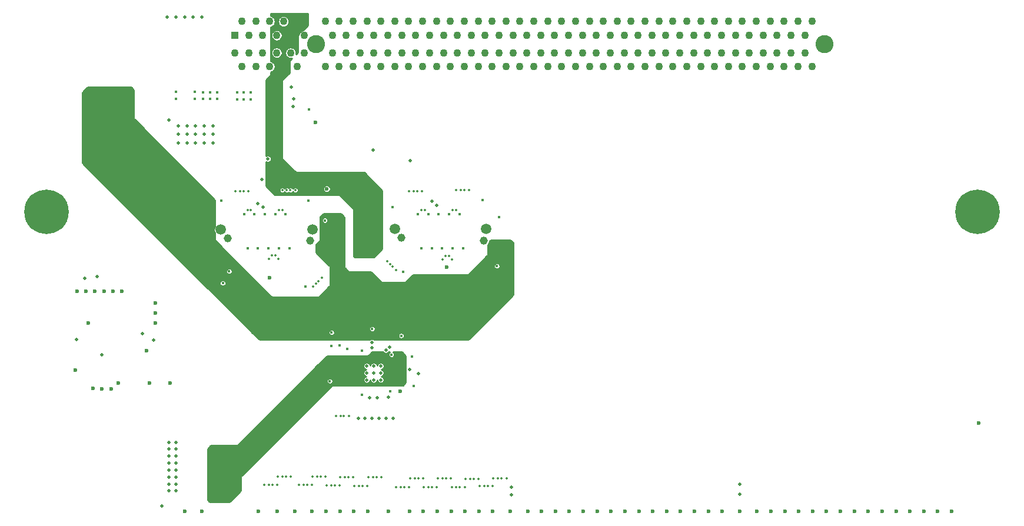
<source format=gbr>
%TF.GenerationSoftware,KiCad,Pcbnew,(5.1.5)-3*%
%TF.CreationDate,2022-01-08T01:18:32+01:00*%
%TF.ProjectId,Riser Leopard 2OU PCIe x16 2xOculink,52697365-7220-44c6-956f-706172642032,rev?*%
%TF.SameCoordinates,PX459e440PY54cbc38*%
%TF.FileFunction,Copper,L4,Inr*%
%TF.FilePolarity,Positive*%
%FSLAX46Y46*%
G04 Gerber Fmt 4.6, Leading zero omitted, Abs format (unit mm)*
G04 Created by KiCad (PCBNEW (5.1.5)-3) date 2022-01-08 01:18:32*
%MOMM*%
%LPD*%
G04 APERTURE LIST*
%TA.AperFunction,ViaPad*%
%ADD10C,0.800000*%
%TD*%
%TA.AperFunction,ViaPad*%
%ADD11C,6.400000*%
%TD*%
%TA.AperFunction,WasherPad*%
%ADD12C,2.600000*%
%TD*%
%TA.AperFunction,ViaPad*%
%ADD13R,1.100000X1.100000*%
%TD*%
%TA.AperFunction,ViaPad*%
%ADD14C,1.100000*%
%TD*%
%TA.AperFunction,ViaPad*%
%ADD15C,1.500000*%
%TD*%
%TA.AperFunction,WasherPad*%
%ADD16C,1.150000*%
%TD*%
%TA.AperFunction,ViaPad*%
%ADD17C,0.400000*%
%TD*%
%TA.AperFunction,ViaPad*%
%ADD18C,0.500000*%
%TD*%
%TA.AperFunction,ViaPad*%
%ADD19C,0.600000*%
%TD*%
%TA.AperFunction,ViaPad*%
%ADD20C,0.350000*%
%TD*%
%TA.AperFunction,Conductor*%
%ADD21C,0.254000*%
%TD*%
G04 APERTURE END LIST*
D10*
%TO.N,GND*%
%TO.C,H1*%
X1697056Y1697056D03*
X0Y2400000D03*
X-1697056Y1697056D03*
X-2400000Y0D03*
X-1697056Y-1697056D03*
X0Y-2400000D03*
X1697056Y-1697056D03*
X2400000Y0D03*
D11*
X0Y0D03*
%TD*%
%TO.N,GND*%
%TO.C,H2*%
X133900000Y0D03*
D10*
X136300000Y0D03*
X135597056Y-1697056D03*
X133900000Y-2400000D03*
X132202944Y-1697056D03*
X131500000Y0D03*
X132202944Y1697056D03*
X133900000Y2400000D03*
X135597056Y1697056D03*
%TD*%
D12*
%TO.N,*%
%TO.C,J2*%
X38740000Y24165000D03*
X111890000Y24165000D03*
D13*
%TO.N,/PCIE_SLOT_PRSNT#1*%
X27090000Y25415000D03*
D14*
%TO.N,+12V*%
X28090000Y27415000D03*
X29090000Y25415000D03*
%TO.N,GND*%
X30090000Y27415000D03*
%TO.N,Net-(J2-PadA5)*%
X31090000Y25415000D03*
%TO.N,Net-(J2-PadA6)*%
X32090000Y27415000D03*
%TO.N,Net-(J2-PadA7)*%
X33090000Y25415000D03*
%TO.N,Net-(J2-PadA8)*%
X34090000Y27415000D03*
%TO.N,+3V3*%
X35090000Y25415000D03*
X36090000Y27415000D03*
%TO.N,/RST_PERST0_N*%
X37090000Y25415000D03*
%TO.N,GND*%
X40090000Y27415000D03*
%TO.N,/CLK100_SLOT0+*%
X41090000Y25415000D03*
%TO.N,/CLK100_SLOT0-*%
X42090000Y27415000D03*
%TO.N,GND*%
X43090000Y25415000D03*
%TO.N,/CPU0_RX0+*%
X44090000Y27415000D03*
%TO.N,/CPU0_RX0-*%
X45090000Y25415000D03*
%TO.N,GND*%
X46090000Y27415000D03*
%TO.N,Net-(J2-PadA19)*%
X47090000Y25415000D03*
%TO.N,GND*%
X48090000Y27415000D03*
%TO.N,/CPU0_RX1+*%
X49090000Y25415000D03*
%TO.N,/CPU0_RX1-*%
X50090000Y27415000D03*
%TO.N,GND*%
X51090000Y25415000D03*
X52090000Y27415000D03*
%TO.N,/CPU0_RX2+*%
X53090000Y25415000D03*
%TO.N,/CPU0_RX2-*%
X54090000Y27415000D03*
%TO.N,GND*%
X55090000Y25415000D03*
X56090000Y27415000D03*
%TO.N,/CPU0_RX3+*%
X57090000Y25415000D03*
%TO.N,/CPU0_RX3-*%
X58090000Y27415000D03*
%TO.N,GND*%
X59090000Y25415000D03*
%TO.N,/LAN_SMB_CLK*%
X60090000Y27415000D03*
%TO.N,/LAN_SMB_DAT*%
X61090000Y25415000D03*
%TO.N,GND*%
X62090000Y27415000D03*
%TO.N,/CPU0_RX4+*%
X63090000Y25415000D03*
%TO.N,/CPU0_RX4-*%
X64090000Y27415000D03*
%TO.N,GND*%
X65090000Y25415000D03*
X66090000Y27415000D03*
%TO.N,/CPU0_RX5+*%
X67090000Y25415000D03*
%TO.N,/CPU0_RX5-*%
X68090000Y27415000D03*
%TO.N,GND*%
X69090000Y25415000D03*
X70090000Y27415000D03*
%TO.N,/CPU0_RX6+*%
X71090000Y25415000D03*
%TO.N,/CPU0_RX6-*%
X72090000Y27415000D03*
%TO.N,GND*%
X73090000Y25415000D03*
X74090000Y27415000D03*
%TO.N,/CPU0_RX7+*%
X75090000Y25415000D03*
%TO.N,/CPU0_RX7-*%
X76090000Y27415000D03*
%TO.N,GND*%
X77090000Y25415000D03*
X78090000Y27415000D03*
X79090000Y25415000D03*
%TO.N,/CPU0_RX8+*%
X80090000Y27415000D03*
%TO.N,/CPU0_RX8-*%
X81090000Y25415000D03*
%TO.N,GND*%
X82090000Y27415000D03*
X83090000Y25415000D03*
%TO.N,/CPU0_RX9+*%
X84090000Y27415000D03*
%TO.N,/CPU0_RX9-*%
X85090000Y25415000D03*
%TO.N,GND*%
X86090000Y27415000D03*
X87090000Y25415000D03*
%TO.N,/CPU0_RX10+*%
X88090000Y27415000D03*
%TO.N,/CPU0_RX10-*%
X89090000Y25415000D03*
%TO.N,GND*%
X90090000Y27415000D03*
X91090000Y25415000D03*
%TO.N,/CPU0_RX11+*%
X92090000Y27415000D03*
%TO.N,/CPU0_RX11-*%
X93090000Y25415000D03*
%TO.N,GND*%
X94090000Y27415000D03*
X95090000Y25415000D03*
%TO.N,/CPU0_RX12+*%
X96090000Y27415000D03*
%TO.N,/CPU0_RX12-*%
X97090000Y25415000D03*
%TO.N,GND*%
X98090000Y27415000D03*
X99090000Y25415000D03*
%TO.N,/CPU0_RX13+*%
X100090000Y27415000D03*
%TO.N,/CPU0_RX13-*%
X101090000Y25415000D03*
%TO.N,GND*%
X102090000Y27415000D03*
X103090000Y25415000D03*
%TO.N,/CPU0_RX14+*%
X104090000Y27415000D03*
%TO.N,/CPU0_RX14-*%
X105090000Y25415000D03*
%TO.N,GND*%
X106090000Y27415000D03*
X107090000Y25415000D03*
%TO.N,/CPU0_RX15+*%
X108090000Y27415000D03*
%TO.N,/CPU0_RX15-*%
X109090000Y25415000D03*
%TO.N,+12V*%
X27090000Y22915000D03*
X28090000Y20915000D03*
X29090000Y22915000D03*
%TO.N,GND*%
X30090000Y20915000D03*
%TO.N,/PCIe_SMB_CLK*%
X31090000Y22915000D03*
%TO.N,/PCIe_SMB_DATA*%
X32090000Y20915000D03*
%TO.N,GND*%
X33090000Y22915000D03*
%TO.N,+3V3*%
X34090000Y20915000D03*
%TO.N,Net-(J2-PadB9)*%
X35090000Y22915000D03*
%TO.N,+3.3Vaux*%
X36090000Y20915000D03*
%TO.N,/IRQ_LVC_WAKE_N*%
X37090000Y22915000D03*
%TO.N,/LAN_SMB_ALERT_N*%
X40090000Y20915000D03*
%TO.N,GND*%
X41090000Y22915000D03*
%TO.N,/CPU0_TX0+*%
X42090000Y20915000D03*
%TO.N,/CPU0_TX0-*%
X43090000Y22915000D03*
%TO.N,GND*%
X44090000Y20915000D03*
%TO.N,Net-(J2-PadB17)*%
X45090000Y22915000D03*
%TO.N,GND*%
X46090000Y20915000D03*
%TO.N,/CPU0_TX1+*%
X47090000Y22915000D03*
%TO.N,/CPU0_TX1-*%
X48090000Y20915000D03*
%TO.N,GND*%
X49090000Y22915000D03*
X50090000Y20915000D03*
%TO.N,/CPU0_TX2+*%
X51090000Y22915000D03*
%TO.N,/CPU0_TX2-*%
X52090000Y20915000D03*
%TO.N,GND*%
X53090000Y22915000D03*
X54090000Y20915000D03*
%TO.N,/CPU0_TX3+*%
X55090000Y22915000D03*
%TO.N,/CPU0_TX3-*%
X56090000Y20915000D03*
%TO.N,GND*%
X57090000Y22915000D03*
%TO.N,Net-(J2-PadB30)*%
X58090000Y20915000D03*
%TO.N,/PCIE_SLOT1_PRSNT_x1x4*%
X59090000Y22915000D03*
%TO.N,/CPU0_TX4+*%
X61090000Y22915000D03*
%TO.N,/CPU0_TX4-*%
X62090000Y20915000D03*
%TO.N,GND*%
X63090000Y22915000D03*
X64090000Y20915000D03*
%TO.N,/CPU0_TX5+*%
X65090000Y22915000D03*
%TO.N,/CPU0_TX5-*%
X66090000Y20915000D03*
%TO.N,GND*%
X67090000Y22915000D03*
X68090000Y20915000D03*
%TO.N,/CPU0_TX6+*%
X69090000Y22915000D03*
%TO.N,/CPU0_TX6-*%
X70090000Y20915000D03*
%TO.N,GND*%
X71090000Y22915000D03*
X72090000Y20915000D03*
%TO.N,/CPU0_TX7+*%
X73090000Y22915000D03*
%TO.N,/CPU0_TX7-*%
X74090000Y20915000D03*
%TO.N,GND*%
X75090000Y22915000D03*
%TO.N,/PCIE_SLOT1_PRSNT_x8*%
X76090000Y20915000D03*
%TO.N,GND*%
X77090000Y22915000D03*
%TO.N,/CPU0_TX8+*%
X78090000Y20915000D03*
%TO.N,/CPU0_TX8-*%
X79090000Y22915000D03*
%TO.N,GND*%
X80090000Y20915000D03*
X81090000Y22915000D03*
%TO.N,/CPU0_TX9+*%
X82090000Y20915000D03*
%TO.N,/CPU0_TX9-*%
X83090000Y22915000D03*
%TO.N,GND*%
X84090000Y20915000D03*
X85090000Y22915000D03*
%TO.N,/CPU0_TX10+*%
X86090000Y20915000D03*
%TO.N,/CPU0_TX10-*%
X87090000Y22915000D03*
%TO.N,GND*%
X88090000Y20915000D03*
X89090000Y22915000D03*
%TO.N,/CPU0_TX11+*%
X90090000Y20915000D03*
%TO.N,/CPU0_TX11-*%
X91090000Y22915000D03*
%TO.N,GND*%
X92090000Y20915000D03*
X93090000Y22915000D03*
%TO.N,/CPU0_TX12+*%
X94090000Y20915000D03*
%TO.N,/CPU0_TX12-*%
X95090000Y22915000D03*
%TO.N,GND*%
X96090000Y20915000D03*
X97090000Y22915000D03*
%TO.N,/CPU0_TX13+*%
X98090000Y20915000D03*
%TO.N,/CPU0_TX13-*%
X99090000Y22915000D03*
%TO.N,GND*%
X100090000Y20915000D03*
X101090000Y22915000D03*
%TO.N,/CPU0_TX14+*%
X102090000Y20915000D03*
%TO.N,/CPU0_TX14-*%
X103090000Y22915000D03*
%TO.N,GND*%
X104090000Y20915000D03*
X105090000Y22915000D03*
%TO.N,/CPU0_TX15+*%
X106090000Y20915000D03*
%TO.N,/CPU0_TX15-*%
X107090000Y22915000D03*
%TO.N,GND*%
X108090000Y20915000D03*
%TO.N,/PCIE_SLOT1_PRSNT_x16*%
X109090000Y22915000D03*
%TO.N,GND*%
X60090000Y20915000D03*
X110090000Y27415000D03*
%TO.N,Net-(J2-PadB82)*%
X110090000Y20915000D03*
%TD*%
D15*
%TO.N,GND*%
%TO.C,J3*%
X50070000Y-2470000D03*
X63230000Y-2470000D03*
D16*
%TO.N,*%
X51030000Y-3730000D03*
X62930000Y-4090000D03*
%TD*%
%TO.N,*%
%TO.C,J4*%
X37930000Y-4150000D03*
X26030000Y-3790000D03*
D15*
%TO.N,GND*%
X38230000Y-2530000D03*
X25070000Y-2530000D03*
%TD*%
D17*
%TO.N,+12V*%
X65175000Y-5460000D03*
X23525000Y-910000D03*
D18*
X17625000Y-33135000D03*
X18625000Y-33135000D03*
X17625000Y-34135000D03*
X18625000Y-34135000D03*
X17625000Y-35135000D03*
X18625000Y-35135000D03*
X17625000Y-36135000D03*
X18625000Y-36135000D03*
X17625000Y-37135000D03*
X18625000Y-37135000D03*
X17625000Y-38135000D03*
X18625000Y-38135000D03*
X17625000Y-39135000D03*
X18625000Y-39135000D03*
X17625000Y-40135000D03*
X18625000Y-40135000D03*
X6500000Y16915000D03*
X7500000Y16915000D03*
X8500000Y16915000D03*
X9500000Y16915000D03*
X10500000Y16915000D03*
X11500000Y16915000D03*
X6500000Y15665000D03*
X7500000Y15665000D03*
X8500000Y15665000D03*
X9500000Y15665000D03*
X10500000Y15665000D03*
X11500000Y15665000D03*
X6500000Y14415000D03*
X7500000Y14415000D03*
X8500000Y14415000D03*
X9500000Y14415000D03*
X10500000Y14415000D03*
X11500000Y14415000D03*
X6500000Y13165000D03*
X7500000Y13165000D03*
X8500000Y13165000D03*
X9500000Y13165000D03*
X10500000Y13165000D03*
X11500000Y13165000D03*
X6500000Y11915000D03*
X7500000Y11915000D03*
X8500000Y11915000D03*
X9500000Y11915000D03*
X10500000Y11915000D03*
X11500000Y11915000D03*
X6500000Y10665000D03*
X7500000Y10665000D03*
X8500000Y10665000D03*
X9500000Y10665000D03*
X10500000Y10665000D03*
X11500000Y10665000D03*
X6500000Y9415000D03*
X7500000Y9415000D03*
X8500000Y9415000D03*
X9500000Y9415000D03*
X10500000Y9415000D03*
X11500000Y9415000D03*
X6500000Y8165000D03*
X7500000Y8165000D03*
X8500000Y8165000D03*
X9500000Y8165000D03*
X10500000Y8165000D03*
X11500000Y8165000D03*
X39050000Y-5285000D03*
X40975000Y-2285000D03*
X41975000Y-2285000D03*
X39975000Y-3285000D03*
X40975000Y-3285000D03*
X41975000Y-3285000D03*
X39975000Y-4285000D03*
X40975000Y-4285000D03*
X41975000Y-4285000D03*
X39975000Y-5285000D03*
X40975000Y-5285000D03*
X41975000Y-5285000D03*
X39975000Y-6285000D03*
X40975000Y-6285000D03*
X41975000Y-6285000D03*
%TO.N,GND*%
X46050000Y-22160000D03*
D19*
X5950000Y-15985000D03*
X22350000Y-43085000D03*
X19850000Y-43085000D03*
X130200000Y-43085000D03*
X134100000Y-30385000D03*
X128200000Y-43085000D03*
X126200000Y-43085000D03*
X124200000Y-43085000D03*
X122200000Y-43085000D03*
X120200000Y-43085000D03*
X118200000Y-43085000D03*
X116200000Y-43085000D03*
X114200000Y-43085000D03*
X112200000Y-43085000D03*
X110200000Y-43085000D03*
X108200000Y-43085000D03*
X106200000Y-43085000D03*
X104200000Y-43085000D03*
X102200000Y-43085000D03*
X99700000Y-43085000D03*
X97200000Y-43085000D03*
X95200000Y-43085000D03*
X93200000Y-43085000D03*
X91200000Y-43085000D03*
X89200000Y-43085000D03*
X87200000Y-43085000D03*
X85200000Y-43085000D03*
X83200000Y-43085000D03*
X81200000Y-43085000D03*
X79200000Y-43085000D03*
X77200000Y-43085000D03*
X75200000Y-43085000D03*
X73200000Y-43085000D03*
X71200000Y-43085000D03*
X69200000Y-43085000D03*
X66700000Y-43085000D03*
X64200000Y-43085000D03*
X62200000Y-43085000D03*
X60200000Y-43085000D03*
X58200000Y-43085000D03*
X56200000Y-43085000D03*
X54200000Y-43085000D03*
X52200000Y-43085000D03*
X35700000Y-43085000D03*
X33200000Y-43085000D03*
X30450000Y-43085000D03*
X49200000Y-43085000D03*
X46200000Y-43085000D03*
X44200000Y-43085000D03*
X42200000Y-43085000D03*
X40200000Y-43085000D03*
X38200000Y-43085000D03*
X15625000Y-13135000D03*
X50825000Y-25835000D03*
X15625000Y-15985000D03*
D17*
X59390000Y-335000D03*
X57890000Y-335000D03*
X56390000Y-335000D03*
X54890000Y-335000D03*
X53390000Y-335000D03*
X53910000Y-5185000D03*
X55410000Y-5185000D03*
X56910000Y-5185000D03*
X58410000Y-5185000D03*
X59910000Y-5185000D03*
X29890000Y-335000D03*
X28390000Y-335000D03*
X31390000Y-335000D03*
X34390000Y-335000D03*
X32890000Y-335000D03*
X28910000Y-5185000D03*
X30410000Y-5185000D03*
X31910000Y-5185000D03*
X34910000Y-5185000D03*
X33410000Y-5185000D03*
X52550000Y-20835000D03*
X51025000Y-17810000D03*
X52800000Y-25060000D03*
X40725000Y-24335000D03*
X45325000Y-26310000D03*
X49450000Y-25785000D03*
X45325000Y-19935000D03*
X49600000Y-20535000D03*
X46825000Y-16810000D03*
X26250000Y-8535000D03*
X25125000Y1640000D03*
X37675000Y1665000D03*
X62750000Y1715000D03*
X51275000Y-8585000D03*
X64775000Y-7785000D03*
X37700000Y14740000D03*
X27375000Y17215000D03*
X28375000Y17215000D03*
X29375000Y17215000D03*
X27375000Y16215000D03*
X28375000Y16215000D03*
X29375000Y16215000D03*
X22500000Y16240000D03*
X23500000Y17240000D03*
X23500000Y16240000D03*
X24500000Y16240000D03*
X24500000Y17240000D03*
X22500000Y17240000D03*
X18600000Y17265000D03*
X18600000Y16265000D03*
X21350000Y17265000D03*
X21350000Y16265000D03*
D19*
X14350000Y-19985000D03*
X15625000Y-14535000D03*
D17*
X49775000Y715000D03*
D18*
X17350000Y28090000D03*
X18600000Y28090000D03*
X19850000Y28090000D03*
X21100000Y28090000D03*
X22350000Y28090000D03*
X47050000Y-22160000D03*
X48050000Y-22160000D03*
X46050000Y-23160000D03*
X47050000Y-23160000D03*
X48050000Y-23160000D03*
X46050000Y-24160000D03*
X47050000Y-24160000D03*
X48050000Y-24160000D03*
D17*
X40975000Y-17335000D03*
X43275000Y-19685000D03*
X42125000Y-19235000D03*
X40925000Y-19260000D03*
D18*
X44825000Y-29660000D03*
X45825000Y-29660000D03*
X46825000Y-29660000D03*
X47825000Y-29660000D03*
X48825000Y-29660000D03*
X49825000Y-29660000D03*
D17*
X37200000Y-10760000D03*
D20*
X31300000Y-39260000D03*
X33175000Y-39260000D03*
X33275000Y-38060000D03*
X35150000Y-38060000D03*
X36275000Y-39285000D03*
X38150000Y-39285000D03*
X40125000Y-38085000D03*
X38250000Y-38085000D03*
X40275000Y-39360000D03*
X42150000Y-39360000D03*
X44125000Y-38160000D03*
X42250000Y-38160000D03*
X44275000Y-39410000D03*
X46150000Y-39410000D03*
X46275000Y-38160000D03*
X48150000Y-38160000D03*
X52275000Y-38335000D03*
X60275000Y-38385000D03*
X52125000Y-39585000D03*
X58275000Y-39560000D03*
X60150000Y-39560000D03*
X54275000Y-39560000D03*
X58150000Y-38335000D03*
X54150000Y-38335000D03*
X56150000Y-39560000D03*
X50250000Y-39585000D03*
X56275000Y-38335000D03*
X62150000Y-38385000D03*
X64150000Y-39460000D03*
X62275000Y-39460000D03*
X66150000Y-38360000D03*
X64275000Y-38360000D03*
X43525000Y-29385000D03*
X41650000Y-29385000D03*
X27150000Y2965000D03*
X29025000Y2965000D03*
X35775000Y3140000D03*
X33900000Y3140000D03*
X52150000Y2965000D03*
X54025000Y2965000D03*
X58875000Y3140000D03*
X60750000Y3140000D03*
X57000000Y-6860000D03*
X58300000Y-6860000D03*
X33300000Y-6785000D03*
X32000000Y-6785000D03*
X38300000Y-10735000D03*
X39625000Y-9485000D03*
X50250000Y-8385000D03*
X49000000Y-7060000D03*
D18*
%TO.N,+3V3*%
X25400000Y-34985000D03*
X50550000Y-21035000D03*
X50825000Y-23760000D03*
X40950000Y-22060000D03*
X42100000Y-22060000D03*
X43250000Y-22060000D03*
D17*
X65050000Y-735000D03*
X40025000Y-1210000D03*
X32675000Y5015000D03*
D18*
X32775000Y13815000D03*
X32775000Y15065000D03*
X32775000Y16315000D03*
X32775000Y17565000D03*
X32775000Y18815000D03*
X18925000Y12415000D03*
X20175000Y12415000D03*
X21425000Y12415000D03*
X22675000Y12415000D03*
X23925000Y12415000D03*
X18925000Y11165000D03*
X20175000Y11165000D03*
X21425000Y11165000D03*
X22675000Y11165000D03*
X23925000Y11165000D03*
X18925000Y9915000D03*
X20175000Y9915000D03*
X21425000Y9915000D03*
X22675000Y9915000D03*
X23925000Y9915000D03*
X23775000Y-34710000D03*
X23775000Y-35960000D03*
X23775000Y-37210000D03*
X23775000Y-38460000D03*
X23775000Y-39710000D03*
X23775000Y-40960000D03*
X25400000Y-36235000D03*
X25400000Y-37485000D03*
X25400000Y-38735000D03*
X39700000Y-22335000D03*
X39700000Y-23335000D03*
X39700000Y-24335000D03*
X39700000Y-25335000D03*
X38675000Y-23335000D03*
X38675000Y-24335000D03*
D17*
X25350000Y-10235000D03*
D18*
X44800000Y-5060000D03*
X45800000Y-5060000D03*
X46800000Y-5060000D03*
X44800000Y-6060000D03*
X45800000Y-6060000D03*
X46800000Y-6060000D03*
X46800000Y-4060000D03*
X45800000Y-4060000D03*
X44800000Y-4060000D03*
D17*
X48000000Y-2685000D03*
D18*
%TO.N,+3.3Vaux*%
X35200000Y17990000D03*
D19*
X14800000Y-24585000D03*
X10300000Y-24585000D03*
X9550000Y-11385000D03*
X10850000Y-11385000D03*
X8250000Y-11385000D03*
X6950000Y-11385000D03*
X5650000Y-11385000D03*
X4350000Y-11385000D03*
X6650000Y-25385000D03*
X7975000Y-25435000D03*
D18*
X35500000Y16315000D03*
X35475000Y15140000D03*
D19*
X9300000Y-25435000D03*
X4100000Y-22785000D03*
X17800000Y-24585000D03*
D18*
%TO.N,/SLOT0_CONFIG*%
X66875000Y-40685000D03*
%TO.N,/SLOT1_CONFIG*%
X99700000Y-40610000D03*
%TO.N,/LAN_SMB_CLK*%
X17600000Y13265000D03*
%TO.N,/LAN_SMB_DAT*%
X31825000Y7640000D03*
D19*
%TO.N,/LAN_SMB_ALERT_N*%
X38700000Y12890000D03*
D18*
%TO.N,/PCIE_SLOT1_PRSNT_x8*%
X99750000Y-39210000D03*
%TO.N,/PCIE_SLOT1_PRSNT_x1x4*%
X66850000Y-39585000D03*
%TO.N,/PCIE_SLOT_PRSNT#1*%
X16600000Y-42335000D03*
%TO.N,/RST_PERST0_N*%
X30950000Y4640000D03*
X46950000Y8915000D03*
D20*
%TO.N,/CLK100_SLOT1+*%
X42273800Y-29385000D03*
%TO.N,/CLK100_SLOT1-*%
X42776200Y-29385000D03*
D18*
%TO.N,/PCIe_SMB_CLK*%
X7975000Y-20560000D03*
%TO.N,/PCIe_SMB_DATA*%
X4325000Y-18385000D03*
D20*
%TO.N,/Oculink_0_C_x4_TX0+*%
X27823800Y2965000D03*
X31948800Y-39260000D03*
%TO.N,/Oculink_0_C_x4_TX1+*%
X28898800Y240000D03*
X36948800Y-39285000D03*
%TO.N,/Oculink_0_C_x4_TX2+*%
X33398800Y240000D03*
X40948800Y-39360000D03*
%TO.N,/Oculink_0_C_x4_TX3+*%
X34563800Y3140000D03*
X44948800Y-39410000D03*
%TO.N,/Oculink_0_C_x4_TX0-*%
X28326200Y2965000D03*
X32451200Y-39260000D03*
%TO.N,/Oculink_0_C_x4_TX1-*%
X29401200Y240000D03*
X37451200Y-39285000D03*
%TO.N,/Oculink_0_C_x4_TX2-*%
X33901200Y240000D03*
X41451200Y-39360000D03*
%TO.N,/Oculink_0_C_x4_TX3-*%
X35066200Y3140000D03*
X45451200Y-39410000D03*
D18*
%TO.N,+3.3VP*%
X48800000Y-19885000D03*
X46800000Y-18735000D03*
X46800000Y-19510000D03*
X49350000Y-19410000D03*
X46475000Y-26710000D03*
X47525000Y-26735000D03*
X49200000Y-26685000D03*
X52225000Y-22685000D03*
X53450000Y-23285000D03*
D20*
%TO.N,/Oculink_1_C_x4_TX0+*%
X50948800Y-39585000D03*
X52823800Y2965000D03*
%TO.N,/Oculink_1_C_x4_TX1+*%
X53898800Y240000D03*
X54948800Y-39560000D03*
%TO.N,/Oculink_1_C_x4_TX2+*%
X58948800Y-39560000D03*
X58398800Y240000D03*
%TO.N,/Oculink_1_C_x4_TX3+*%
X59563800Y3140000D03*
X62948800Y-39460000D03*
%TO.N,/Oculink_1_C_x4_TX0-*%
X51451200Y-39585000D03*
X53326200Y2965000D03*
%TO.N,/Oculink_1_C_x4_TX1-*%
X54401200Y240000D03*
X55451200Y-39560000D03*
%TO.N,/Oculink_1_C_x4_TX2-*%
X59451200Y-39560000D03*
X58901200Y240000D03*
%TO.N,/Oculink_1_C_x4_TX3-*%
X60066200Y3140000D03*
X63451200Y-39460000D03*
%TO.N,/Oculink_0_x4_RX0+*%
X33948800Y-38060000D03*
%TO.N,/Oculink_0_x4_RX0-*%
X34451200Y-38060000D03*
%TO.N,/Oculink_0_x4_RX1+*%
X38948800Y-38085000D03*
%TO.N,/Oculink_0_x4_RX1-*%
X39451200Y-38085000D03*
%TO.N,/Oculink_0_x4_RX2+*%
X42948800Y-38135000D03*
%TO.N,/Oculink_0_x4_RX2-*%
X43451200Y-38135000D03*
%TO.N,/Oculink_0_x4_RX3+*%
X46948800Y-38160000D03*
%TO.N,/Oculink_0_x4_RX3-*%
X47451200Y-38160000D03*
%TO.N,/Oculink_1_x4_RX0+*%
X52948800Y-38335000D03*
%TO.N,/Oculink_1_x4_RX0-*%
X53451200Y-38335000D03*
%TO.N,/Oculink_1_x4_RX1+*%
X56948800Y-38335000D03*
%TO.N,/Oculink_1_x4_RX1-*%
X57451200Y-38335000D03*
%TO.N,/Oculink_1_x4_RX2+*%
X60948800Y-38385000D03*
%TO.N,/Oculink_1_x4_RX2-*%
X61451200Y-38385000D03*
%TO.N,/Oculink_1_x4_RX3+*%
X64948800Y-38360000D03*
%TO.N,/Oculink_1_x4_RX3-*%
X65451200Y-38360000D03*
D19*
%TO.N,Net-(J3-PadA10)*%
X57550000Y-7960000D03*
D18*
X52325000Y7365000D03*
D20*
%TO.N,/Oculink_1_CLK100+*%
X57398800Y-6285000D03*
X49777626Y-7887626D03*
%TO.N,/Oculink_1_CLK100-*%
X57901200Y-6285000D03*
X49422374Y-7532374D03*
D18*
%TO.N,/Oculink_1_SMB_CLK*%
X55400000Y1590000D03*
X7275000Y-9310000D03*
%TO.N,/Oculink_1_SMB_DATA*%
X56150000Y915000D03*
X5525000Y-9535000D03*
%TO.N,/Oculink_0_SMB_DATA*%
X13775000Y-17535000D03*
X31175000Y740000D03*
%TO.N,/Oculink_0_SMB_CLK*%
X30400000Y1215000D03*
X15375000Y-18435000D03*
D20*
%TO.N,/Oculink_0_CLK100-*%
X32901200Y-6235000D03*
X38772374Y-10287626D03*
%TO.N,/Oculink_0_CLK100+*%
X32398800Y-6235000D03*
X39127626Y-9932374D03*
D19*
%TO.N,Net-(J4-PadA10)*%
X32075000Y-9485000D03*
X40300000Y3340000D03*
%TD*%
D21*
%TO.N,+3V3*%
G36*
X48408517Y-20206282D02*
G01*
X48478718Y-20276483D01*
X48561266Y-20331639D01*
X48652989Y-20369632D01*
X48750360Y-20389000D01*
X48849640Y-20389000D01*
X48947011Y-20369632D01*
X49038734Y-20331639D01*
X49121282Y-20276483D01*
X49191483Y-20206282D01*
X49221071Y-20162000D01*
X49341055Y-20162000D01*
X49310592Y-20182355D01*
X49247355Y-20245592D01*
X49197670Y-20319950D01*
X49163447Y-20402573D01*
X49146000Y-20490285D01*
X49146000Y-20579715D01*
X49163447Y-20667427D01*
X49197670Y-20750050D01*
X49247355Y-20824408D01*
X49310592Y-20887645D01*
X49384950Y-20937330D01*
X49467573Y-20971553D01*
X49555285Y-20989000D01*
X49644715Y-20989000D01*
X49732427Y-20971553D01*
X49815050Y-20937330D01*
X49889408Y-20887645D01*
X49952645Y-20824408D01*
X50002330Y-20750050D01*
X50036553Y-20667427D01*
X50054000Y-20579715D01*
X50054000Y-20490285D01*
X50036553Y-20402573D01*
X50002330Y-20319950D01*
X49952645Y-20245592D01*
X49889408Y-20182355D01*
X49858945Y-20162000D01*
X51022737Y-20162000D01*
X51192862Y-20232468D01*
X51577532Y-20617138D01*
X51648000Y-20787263D01*
X51648000Y-24432737D01*
X51577532Y-24602862D01*
X51267862Y-24912532D01*
X51097737Y-24983000D01*
X41152000Y-24983000D01*
X41127224Y-24985440D01*
X41103399Y-24992667D01*
X40886596Y-25082470D01*
X40864639Y-25094206D01*
X40845394Y-25110000D01*
X28075000Y-37880394D01*
X28059206Y-37899640D01*
X28047470Y-37921596D01*
X27957667Y-38138399D01*
X27950440Y-38162223D01*
X27948000Y-38187000D01*
X27948000Y-40032737D01*
X27877532Y-40202862D01*
X26417862Y-41662532D01*
X26247737Y-41733000D01*
X23477263Y-41733000D01*
X23307138Y-41662532D01*
X23222468Y-41577862D01*
X23152000Y-41407737D01*
X23152000Y-34162263D01*
X23222468Y-33992138D01*
X23532138Y-33682468D01*
X23702263Y-33612000D01*
X27298000Y-33612000D01*
X27322776Y-33609560D01*
X27346658Y-33602309D01*
X27563373Y-33512419D01*
X27585324Y-33500672D01*
X27604605Y-33484825D01*
X36781292Y-24290285D01*
X40271000Y-24290285D01*
X40271000Y-24379715D01*
X40288447Y-24467427D01*
X40322670Y-24550050D01*
X40372355Y-24624408D01*
X40435592Y-24687645D01*
X40509950Y-24737330D01*
X40592573Y-24771553D01*
X40680285Y-24789000D01*
X40769715Y-24789000D01*
X40857427Y-24771553D01*
X40940050Y-24737330D01*
X41014408Y-24687645D01*
X41077645Y-24624408D01*
X41127330Y-24550050D01*
X41161553Y-24467427D01*
X41179000Y-24379715D01*
X41179000Y-24290285D01*
X41161553Y-24202573D01*
X41127330Y-24119950D01*
X41077645Y-24045592D01*
X41014408Y-23982355D01*
X40940050Y-23932670D01*
X40857427Y-23898447D01*
X40769715Y-23881000D01*
X40680285Y-23881000D01*
X40592573Y-23898447D01*
X40509950Y-23932670D01*
X40435592Y-23982355D01*
X40372355Y-24045592D01*
X40322670Y-24119950D01*
X40288447Y-24202573D01*
X40271000Y-24290285D01*
X36781292Y-24290285D01*
X38956984Y-22110360D01*
X45546000Y-22110360D01*
X45546000Y-22209640D01*
X45565368Y-22307011D01*
X45603361Y-22398734D01*
X45658517Y-22481282D01*
X45728718Y-22551483D01*
X45811266Y-22606639D01*
X45902989Y-22644632D01*
X45980250Y-22660000D01*
X45902989Y-22675368D01*
X45811266Y-22713361D01*
X45728718Y-22768517D01*
X45658517Y-22838718D01*
X45603361Y-22921266D01*
X45565368Y-23012989D01*
X45546000Y-23110360D01*
X45546000Y-23209640D01*
X45565368Y-23307011D01*
X45603361Y-23398734D01*
X45658517Y-23481282D01*
X45728718Y-23551483D01*
X45811266Y-23606639D01*
X45902989Y-23644632D01*
X45980250Y-23660000D01*
X45902989Y-23675368D01*
X45811266Y-23713361D01*
X45728718Y-23768517D01*
X45658517Y-23838718D01*
X45603361Y-23921266D01*
X45565368Y-24012989D01*
X45546000Y-24110360D01*
X45546000Y-24209640D01*
X45565368Y-24307011D01*
X45603361Y-24398734D01*
X45658517Y-24481282D01*
X45728718Y-24551483D01*
X45811266Y-24606639D01*
X45902989Y-24644632D01*
X46000360Y-24664000D01*
X46099640Y-24664000D01*
X46197011Y-24644632D01*
X46288734Y-24606639D01*
X46371282Y-24551483D01*
X46441483Y-24481282D01*
X46496639Y-24398734D01*
X46534632Y-24307011D01*
X46550000Y-24229750D01*
X46565368Y-24307011D01*
X46603361Y-24398734D01*
X46658517Y-24481282D01*
X46728718Y-24551483D01*
X46811266Y-24606639D01*
X46902989Y-24644632D01*
X47000360Y-24664000D01*
X47099640Y-24664000D01*
X47197011Y-24644632D01*
X47288734Y-24606639D01*
X47371282Y-24551483D01*
X47441483Y-24481282D01*
X47496639Y-24398734D01*
X47534632Y-24307011D01*
X47550000Y-24229750D01*
X47565368Y-24307011D01*
X47603361Y-24398734D01*
X47658517Y-24481282D01*
X47728718Y-24551483D01*
X47811266Y-24606639D01*
X47902989Y-24644632D01*
X48000360Y-24664000D01*
X48099640Y-24664000D01*
X48197011Y-24644632D01*
X48288734Y-24606639D01*
X48371282Y-24551483D01*
X48441483Y-24481282D01*
X48496639Y-24398734D01*
X48534632Y-24307011D01*
X48554000Y-24209640D01*
X48554000Y-24110360D01*
X48534632Y-24012989D01*
X48496639Y-23921266D01*
X48441483Y-23838718D01*
X48371282Y-23768517D01*
X48288734Y-23713361D01*
X48197011Y-23675368D01*
X48119750Y-23660000D01*
X48197011Y-23644632D01*
X48288734Y-23606639D01*
X48371282Y-23551483D01*
X48441483Y-23481282D01*
X48496639Y-23398734D01*
X48534632Y-23307011D01*
X48554000Y-23209640D01*
X48554000Y-23110360D01*
X48534632Y-23012989D01*
X48496639Y-22921266D01*
X48441483Y-22838718D01*
X48371282Y-22768517D01*
X48288734Y-22713361D01*
X48197011Y-22675368D01*
X48119750Y-22660000D01*
X48197011Y-22644632D01*
X48288734Y-22606639D01*
X48371282Y-22551483D01*
X48441483Y-22481282D01*
X48496639Y-22398734D01*
X48534632Y-22307011D01*
X48554000Y-22209640D01*
X48554000Y-22110360D01*
X48534632Y-22012989D01*
X48496639Y-21921266D01*
X48441483Y-21838718D01*
X48371282Y-21768517D01*
X48288734Y-21713361D01*
X48197011Y-21675368D01*
X48099640Y-21656000D01*
X48000360Y-21656000D01*
X47902989Y-21675368D01*
X47811266Y-21713361D01*
X47728718Y-21768517D01*
X47658517Y-21838718D01*
X47603361Y-21921266D01*
X47565368Y-22012989D01*
X47550000Y-22090250D01*
X47534632Y-22012989D01*
X47496639Y-21921266D01*
X47441483Y-21838718D01*
X47371282Y-21768517D01*
X47288734Y-21713361D01*
X47197011Y-21675368D01*
X47099640Y-21656000D01*
X47000360Y-21656000D01*
X46902989Y-21675368D01*
X46811266Y-21713361D01*
X46728718Y-21768517D01*
X46658517Y-21838718D01*
X46603361Y-21921266D01*
X46565368Y-22012989D01*
X46550000Y-22090250D01*
X46534632Y-22012989D01*
X46496639Y-21921266D01*
X46441483Y-21838718D01*
X46371282Y-21768517D01*
X46288734Y-21713361D01*
X46197011Y-21675368D01*
X46099640Y-21656000D01*
X46000360Y-21656000D01*
X45902989Y-21675368D01*
X45811266Y-21713361D01*
X45728718Y-21768517D01*
X45658517Y-21838718D01*
X45603361Y-21921266D01*
X45565368Y-22012989D01*
X45546000Y-22110360D01*
X38956984Y-22110360D01*
X40257307Y-20807508D01*
X40427294Y-20737000D01*
X46048000Y-20737000D01*
X46072776Y-20734560D01*
X46096601Y-20727333D01*
X46313404Y-20637530D01*
X46335361Y-20625794D01*
X46354606Y-20610000D01*
X46732138Y-20232468D01*
X46902263Y-20162000D01*
X48378929Y-20162000D01*
X48408517Y-20206282D01*
G37*
X48408517Y-20206282D02*
X48478718Y-20276483D01*
X48561266Y-20331639D01*
X48652989Y-20369632D01*
X48750360Y-20389000D01*
X48849640Y-20389000D01*
X48947011Y-20369632D01*
X49038734Y-20331639D01*
X49121282Y-20276483D01*
X49191483Y-20206282D01*
X49221071Y-20162000D01*
X49341055Y-20162000D01*
X49310592Y-20182355D01*
X49247355Y-20245592D01*
X49197670Y-20319950D01*
X49163447Y-20402573D01*
X49146000Y-20490285D01*
X49146000Y-20579715D01*
X49163447Y-20667427D01*
X49197670Y-20750050D01*
X49247355Y-20824408D01*
X49310592Y-20887645D01*
X49384950Y-20937330D01*
X49467573Y-20971553D01*
X49555285Y-20989000D01*
X49644715Y-20989000D01*
X49732427Y-20971553D01*
X49815050Y-20937330D01*
X49889408Y-20887645D01*
X49952645Y-20824408D01*
X50002330Y-20750050D01*
X50036553Y-20667427D01*
X50054000Y-20579715D01*
X50054000Y-20490285D01*
X50036553Y-20402573D01*
X50002330Y-20319950D01*
X49952645Y-20245592D01*
X49889408Y-20182355D01*
X49858945Y-20162000D01*
X51022737Y-20162000D01*
X51192862Y-20232468D01*
X51577532Y-20617138D01*
X51648000Y-20787263D01*
X51648000Y-24432737D01*
X51577532Y-24602862D01*
X51267862Y-24912532D01*
X51097737Y-24983000D01*
X41152000Y-24983000D01*
X41127224Y-24985440D01*
X41103399Y-24992667D01*
X40886596Y-25082470D01*
X40864639Y-25094206D01*
X40845394Y-25110000D01*
X28075000Y-37880394D01*
X28059206Y-37899640D01*
X28047470Y-37921596D01*
X27957667Y-38138399D01*
X27950440Y-38162223D01*
X27948000Y-38187000D01*
X27948000Y-40032737D01*
X27877532Y-40202862D01*
X26417862Y-41662532D01*
X26247737Y-41733000D01*
X23477263Y-41733000D01*
X23307138Y-41662532D01*
X23222468Y-41577862D01*
X23152000Y-41407737D01*
X23152000Y-34162263D01*
X23222468Y-33992138D01*
X23532138Y-33682468D01*
X23702263Y-33612000D01*
X27298000Y-33612000D01*
X27322776Y-33609560D01*
X27346658Y-33602309D01*
X27563373Y-33512419D01*
X27585324Y-33500672D01*
X27604605Y-33484825D01*
X36781292Y-24290285D01*
X40271000Y-24290285D01*
X40271000Y-24379715D01*
X40288447Y-24467427D01*
X40322670Y-24550050D01*
X40372355Y-24624408D01*
X40435592Y-24687645D01*
X40509950Y-24737330D01*
X40592573Y-24771553D01*
X40680285Y-24789000D01*
X40769715Y-24789000D01*
X40857427Y-24771553D01*
X40940050Y-24737330D01*
X41014408Y-24687645D01*
X41077645Y-24624408D01*
X41127330Y-24550050D01*
X41161553Y-24467427D01*
X41179000Y-24379715D01*
X41179000Y-24290285D01*
X41161553Y-24202573D01*
X41127330Y-24119950D01*
X41077645Y-24045592D01*
X41014408Y-23982355D01*
X40940050Y-23932670D01*
X40857427Y-23898447D01*
X40769715Y-23881000D01*
X40680285Y-23881000D01*
X40592573Y-23898447D01*
X40509950Y-23932670D01*
X40435592Y-23982355D01*
X40372355Y-24045592D01*
X40322670Y-24119950D01*
X40288447Y-24202573D01*
X40271000Y-24290285D01*
X36781292Y-24290285D01*
X38956984Y-22110360D01*
X45546000Y-22110360D01*
X45546000Y-22209640D01*
X45565368Y-22307011D01*
X45603361Y-22398734D01*
X45658517Y-22481282D01*
X45728718Y-22551483D01*
X45811266Y-22606639D01*
X45902989Y-22644632D01*
X45980250Y-22660000D01*
X45902989Y-22675368D01*
X45811266Y-22713361D01*
X45728718Y-22768517D01*
X45658517Y-22838718D01*
X45603361Y-22921266D01*
X45565368Y-23012989D01*
X45546000Y-23110360D01*
X45546000Y-23209640D01*
X45565368Y-23307011D01*
X45603361Y-23398734D01*
X45658517Y-23481282D01*
X45728718Y-23551483D01*
X45811266Y-23606639D01*
X45902989Y-23644632D01*
X45980250Y-23660000D01*
X45902989Y-23675368D01*
X45811266Y-23713361D01*
X45728718Y-23768517D01*
X45658517Y-23838718D01*
X45603361Y-23921266D01*
X45565368Y-24012989D01*
X45546000Y-24110360D01*
X45546000Y-24209640D01*
X45565368Y-24307011D01*
X45603361Y-24398734D01*
X45658517Y-24481282D01*
X45728718Y-24551483D01*
X45811266Y-24606639D01*
X45902989Y-24644632D01*
X46000360Y-24664000D01*
X46099640Y-24664000D01*
X46197011Y-24644632D01*
X46288734Y-24606639D01*
X46371282Y-24551483D01*
X46441483Y-24481282D01*
X46496639Y-24398734D01*
X46534632Y-24307011D01*
X46550000Y-24229750D01*
X46565368Y-24307011D01*
X46603361Y-24398734D01*
X46658517Y-24481282D01*
X46728718Y-24551483D01*
X46811266Y-24606639D01*
X46902989Y-24644632D01*
X47000360Y-24664000D01*
X47099640Y-24664000D01*
X47197011Y-24644632D01*
X47288734Y-24606639D01*
X47371282Y-24551483D01*
X47441483Y-24481282D01*
X47496639Y-24398734D01*
X47534632Y-24307011D01*
X47550000Y-24229750D01*
X47565368Y-24307011D01*
X47603361Y-24398734D01*
X47658517Y-24481282D01*
X47728718Y-24551483D01*
X47811266Y-24606639D01*
X47902989Y-24644632D01*
X48000360Y-24664000D01*
X48099640Y-24664000D01*
X48197011Y-24644632D01*
X48288734Y-24606639D01*
X48371282Y-24551483D01*
X48441483Y-24481282D01*
X48496639Y-24398734D01*
X48534632Y-24307011D01*
X48554000Y-24209640D01*
X48554000Y-24110360D01*
X48534632Y-24012989D01*
X48496639Y-23921266D01*
X48441483Y-23838718D01*
X48371282Y-23768517D01*
X48288734Y-23713361D01*
X48197011Y-23675368D01*
X48119750Y-23660000D01*
X48197011Y-23644632D01*
X48288734Y-23606639D01*
X48371282Y-23551483D01*
X48441483Y-23481282D01*
X48496639Y-23398734D01*
X48534632Y-23307011D01*
X48554000Y-23209640D01*
X48554000Y-23110360D01*
X48534632Y-23012989D01*
X48496639Y-22921266D01*
X48441483Y-22838718D01*
X48371282Y-22768517D01*
X48288734Y-22713361D01*
X48197011Y-22675368D01*
X48119750Y-22660000D01*
X48197011Y-22644632D01*
X48288734Y-22606639D01*
X48371282Y-22551483D01*
X48441483Y-22481282D01*
X48496639Y-22398734D01*
X48534632Y-22307011D01*
X48554000Y-22209640D01*
X48554000Y-22110360D01*
X48534632Y-22012989D01*
X48496639Y-21921266D01*
X48441483Y-21838718D01*
X48371282Y-21768517D01*
X48288734Y-21713361D01*
X48197011Y-21675368D01*
X48099640Y-21656000D01*
X48000360Y-21656000D01*
X47902989Y-21675368D01*
X47811266Y-21713361D01*
X47728718Y-21768517D01*
X47658517Y-21838718D01*
X47603361Y-21921266D01*
X47565368Y-22012989D01*
X47550000Y-22090250D01*
X47534632Y-22012989D01*
X47496639Y-21921266D01*
X47441483Y-21838718D01*
X47371282Y-21768517D01*
X47288734Y-21713361D01*
X47197011Y-21675368D01*
X47099640Y-21656000D01*
X47000360Y-21656000D01*
X46902989Y-21675368D01*
X46811266Y-21713361D01*
X46728718Y-21768517D01*
X46658517Y-21838718D01*
X46603361Y-21921266D01*
X46565368Y-22012989D01*
X46550000Y-22090250D01*
X46534632Y-22012989D01*
X46496639Y-21921266D01*
X46441483Y-21838718D01*
X46371282Y-21768517D01*
X46288734Y-21713361D01*
X46197011Y-21675368D01*
X46099640Y-21656000D01*
X46000360Y-21656000D01*
X45902989Y-21675368D01*
X45811266Y-21713361D01*
X45728718Y-21768517D01*
X45658517Y-21838718D01*
X45603361Y-21921266D01*
X45565368Y-22012989D01*
X45546000Y-22110360D01*
X38956984Y-22110360D01*
X40257307Y-20807508D01*
X40427294Y-20737000D01*
X46048000Y-20737000D01*
X46072776Y-20734560D01*
X46096601Y-20727333D01*
X46313404Y-20637530D01*
X46335361Y-20625794D01*
X46354606Y-20610000D01*
X46732138Y-20232468D01*
X46902263Y-20162000D01*
X48378929Y-20162000D01*
X48408517Y-20206282D01*
G36*
X37573000Y26892606D02*
G01*
X36871729Y26191335D01*
X36855482Y26188103D01*
X36709163Y26127495D01*
X36577480Y26039507D01*
X36465493Y25927520D01*
X36377505Y25795837D01*
X36316897Y25649518D01*
X36313665Y25633271D01*
X36135197Y25454803D01*
X36119403Y25435557D01*
X36107667Y25413601D01*
X36100440Y25389776D01*
X36098000Y25365000D01*
X36098000Y22942606D01*
X35869863Y22714469D01*
X35894000Y22835813D01*
X35894000Y22994187D01*
X35863103Y23149518D01*
X35802495Y23295837D01*
X35714507Y23427520D01*
X35602520Y23539507D01*
X35470837Y23627495D01*
X35324518Y23688103D01*
X35169187Y23719000D01*
X35010813Y23719000D01*
X34855482Y23688103D01*
X34709163Y23627495D01*
X34577480Y23539507D01*
X34465493Y23427520D01*
X34377505Y23295837D01*
X34316897Y23149518D01*
X34286000Y22994187D01*
X34286000Y22835813D01*
X34316897Y22680482D01*
X34377505Y22534163D01*
X34465493Y22402480D01*
X34577480Y22290493D01*
X34709163Y22202505D01*
X34855482Y22141897D01*
X35010813Y22111000D01*
X35169187Y22111000D01*
X35290531Y22135137D01*
X35010197Y21854803D01*
X34994403Y21835557D01*
X34982667Y21813601D01*
X34975440Y21789776D01*
X34973000Y21765000D01*
X34973000Y20042606D01*
X33885197Y18954803D01*
X33869403Y18935557D01*
X33857667Y18913601D01*
X33850440Y18889776D01*
X33848000Y18865000D01*
X33848000Y7765000D01*
X33850440Y7740224D01*
X33857667Y7716399D01*
X33869403Y7694443D01*
X33885197Y7675197D01*
X35860197Y5700197D01*
X35879443Y5684403D01*
X35901399Y5672667D01*
X35925224Y5665440D01*
X35950000Y5663000D01*
X45697394Y5663000D01*
X48248000Y3112394D01*
X48248000Y-5281576D01*
X47136190Y-6369216D01*
X47135197Y-6370197D01*
X47047394Y-6458000D01*
X44302606Y-6458000D01*
X44152000Y-6307394D01*
X44152000Y440000D01*
X44149560Y464776D01*
X44142333Y488601D01*
X44130597Y510557D01*
X44114803Y529803D01*
X42164803Y2479803D01*
X42145557Y2495597D01*
X42123601Y2507333D01*
X42099776Y2514560D01*
X42075000Y2517000D01*
X32852606Y2517000D01*
X32187353Y3182253D01*
X33471000Y3182253D01*
X33471000Y3097747D01*
X33487486Y3014865D01*
X33519825Y2936792D01*
X33566774Y2866528D01*
X33626528Y2806774D01*
X33696792Y2759825D01*
X33774865Y2727486D01*
X33857747Y2711000D01*
X33942253Y2711000D01*
X34025135Y2727486D01*
X34103208Y2759825D01*
X34173472Y2806774D01*
X34231900Y2865202D01*
X34290328Y2806774D01*
X34360592Y2759825D01*
X34438665Y2727486D01*
X34521547Y2711000D01*
X34606053Y2711000D01*
X34688935Y2727486D01*
X34767008Y2759825D01*
X34815000Y2791892D01*
X34862992Y2759825D01*
X34941065Y2727486D01*
X35023947Y2711000D01*
X35108453Y2711000D01*
X35191335Y2727486D01*
X35269408Y2759825D01*
X35339672Y2806774D01*
X35399426Y2866528D01*
X35420600Y2898217D01*
X35441774Y2866528D01*
X35501528Y2806774D01*
X35571792Y2759825D01*
X35649865Y2727486D01*
X35732747Y2711000D01*
X35817253Y2711000D01*
X35900135Y2727486D01*
X35978208Y2759825D01*
X36048472Y2806774D01*
X36108226Y2866528D01*
X36155175Y2936792D01*
X36187514Y3014865D01*
X36204000Y3097747D01*
X36204000Y3182253D01*
X36187514Y3265135D01*
X36155175Y3343208D01*
X36120860Y3394564D01*
X39746000Y3394564D01*
X39746000Y3285436D01*
X39767289Y3178404D01*
X39809051Y3077582D01*
X39869680Y2986845D01*
X39946845Y2909680D01*
X40037582Y2849051D01*
X40138404Y2807289D01*
X40245436Y2786000D01*
X40354564Y2786000D01*
X40461596Y2807289D01*
X40562418Y2849051D01*
X40653155Y2909680D01*
X40730320Y2986845D01*
X40790949Y3077582D01*
X40832711Y3178404D01*
X40854000Y3285436D01*
X40854000Y3394564D01*
X40832711Y3501596D01*
X40790949Y3602418D01*
X40730320Y3693155D01*
X40653155Y3770320D01*
X40562418Y3830949D01*
X40461596Y3872711D01*
X40354564Y3894000D01*
X40245436Y3894000D01*
X40138404Y3872711D01*
X40037582Y3830949D01*
X39946845Y3770320D01*
X39869680Y3693155D01*
X39809051Y3602418D01*
X39767289Y3501596D01*
X39746000Y3394564D01*
X36120860Y3394564D01*
X36108226Y3413472D01*
X36048472Y3473226D01*
X35978208Y3520175D01*
X35900135Y3552514D01*
X35817253Y3569000D01*
X35732747Y3569000D01*
X35649865Y3552514D01*
X35571792Y3520175D01*
X35501528Y3473226D01*
X35441774Y3413472D01*
X35420600Y3381783D01*
X35399426Y3413472D01*
X35339672Y3473226D01*
X35269408Y3520175D01*
X35191335Y3552514D01*
X35108453Y3569000D01*
X35023947Y3569000D01*
X34941065Y3552514D01*
X34862992Y3520175D01*
X34815000Y3488108D01*
X34767008Y3520175D01*
X34688935Y3552514D01*
X34606053Y3569000D01*
X34521547Y3569000D01*
X34438665Y3552514D01*
X34360592Y3520175D01*
X34290328Y3473226D01*
X34231900Y3414798D01*
X34173472Y3473226D01*
X34103208Y3520175D01*
X34025135Y3552514D01*
X33942253Y3569000D01*
X33857747Y3569000D01*
X33774865Y3552514D01*
X33696792Y3520175D01*
X33626528Y3473226D01*
X33566774Y3413472D01*
X33519825Y3343208D01*
X33487486Y3265135D01*
X33471000Y3182253D01*
X32187353Y3182253D01*
X31602000Y3767606D01*
X31602000Y7186844D01*
X31677989Y7155368D01*
X31775360Y7136000D01*
X31874640Y7136000D01*
X31972011Y7155368D01*
X32063734Y7193361D01*
X32146282Y7248517D01*
X32216483Y7318718D01*
X32271639Y7401266D01*
X32309632Y7492989D01*
X32329000Y7590360D01*
X32329000Y7689640D01*
X32309632Y7787011D01*
X32271639Y7878734D01*
X32216483Y7961282D01*
X32146282Y8031483D01*
X32063734Y8086639D01*
X31972011Y8124632D01*
X31874640Y8144000D01*
X31775360Y8144000D01*
X31677989Y8124632D01*
X31602000Y8093156D01*
X31602000Y19012394D01*
X32189803Y19600197D01*
X32205597Y19619443D01*
X32217333Y19641399D01*
X32224560Y19665224D01*
X32227000Y19690000D01*
X32227000Y20122500D01*
X32324518Y20141897D01*
X32470837Y20202505D01*
X32602520Y20290493D01*
X32714507Y20402480D01*
X32802495Y20534163D01*
X32863103Y20680482D01*
X32894000Y20835813D01*
X32894000Y20994187D01*
X32863103Y21149518D01*
X32802495Y21295837D01*
X32714507Y21427520D01*
X32602520Y21539507D01*
X32470837Y21627495D01*
X32324518Y21688103D01*
X32227000Y21707500D01*
X32227000Y22994187D01*
X32286000Y22994187D01*
X32286000Y22835813D01*
X32316897Y22680482D01*
X32377505Y22534163D01*
X32465493Y22402480D01*
X32577480Y22290493D01*
X32709163Y22202505D01*
X32855482Y22141897D01*
X33010813Y22111000D01*
X33169187Y22111000D01*
X33324518Y22141897D01*
X33470837Y22202505D01*
X33602520Y22290493D01*
X33714507Y22402480D01*
X33802495Y22534163D01*
X33863103Y22680482D01*
X33894000Y22835813D01*
X33894000Y22994187D01*
X33863103Y23149518D01*
X33802495Y23295837D01*
X33714507Y23427520D01*
X33602520Y23539507D01*
X33470837Y23627495D01*
X33324518Y23688103D01*
X33169187Y23719000D01*
X33010813Y23719000D01*
X32855482Y23688103D01*
X32709163Y23627495D01*
X32577480Y23539507D01*
X32465493Y23427520D01*
X32377505Y23295837D01*
X32316897Y23149518D01*
X32286000Y22994187D01*
X32227000Y22994187D01*
X32227000Y25494187D01*
X32286000Y25494187D01*
X32286000Y25335813D01*
X32316897Y25180482D01*
X32377505Y25034163D01*
X32465493Y24902480D01*
X32577480Y24790493D01*
X32709163Y24702505D01*
X32855482Y24641897D01*
X33010813Y24611000D01*
X33169187Y24611000D01*
X33324518Y24641897D01*
X33470837Y24702505D01*
X33602520Y24790493D01*
X33714507Y24902480D01*
X33802495Y25034163D01*
X33863103Y25180482D01*
X33894000Y25335813D01*
X33894000Y25494187D01*
X33863103Y25649518D01*
X33802495Y25795837D01*
X33714507Y25927520D01*
X33602520Y26039507D01*
X33470837Y26127495D01*
X33324518Y26188103D01*
X33169187Y26219000D01*
X33010813Y26219000D01*
X32855482Y26188103D01*
X32709163Y26127495D01*
X32577480Y26039507D01*
X32465493Y25927520D01*
X32377505Y25795837D01*
X32316897Y25649518D01*
X32286000Y25494187D01*
X32227000Y25494187D01*
X32227000Y26622500D01*
X32324518Y26641897D01*
X32470837Y26702505D01*
X32602520Y26790493D01*
X32714507Y26902480D01*
X32802495Y27034163D01*
X32863103Y27180482D01*
X32894000Y27335813D01*
X32894000Y27494187D01*
X33286000Y27494187D01*
X33286000Y27335813D01*
X33316897Y27180482D01*
X33377505Y27034163D01*
X33465493Y26902480D01*
X33577480Y26790493D01*
X33709163Y26702505D01*
X33855482Y26641897D01*
X34010813Y26611000D01*
X34169187Y26611000D01*
X34324518Y26641897D01*
X34470837Y26702505D01*
X34602520Y26790493D01*
X34714507Y26902480D01*
X34802495Y27034163D01*
X34863103Y27180482D01*
X34894000Y27335813D01*
X34894000Y27494187D01*
X34863103Y27649518D01*
X34802495Y27795837D01*
X34714507Y27927520D01*
X34602520Y28039507D01*
X34470837Y28127495D01*
X34324518Y28188103D01*
X34169187Y28219000D01*
X34010813Y28219000D01*
X33855482Y28188103D01*
X33709163Y28127495D01*
X33577480Y28039507D01*
X33465493Y27927520D01*
X33377505Y27795837D01*
X33316897Y27649518D01*
X33286000Y27494187D01*
X32894000Y27494187D01*
X32863103Y27649518D01*
X32802495Y27795837D01*
X32714507Y27927520D01*
X32602520Y28039507D01*
X32470837Y28127495D01*
X32324518Y28188103D01*
X32227000Y28207500D01*
X32227000Y28390060D01*
X32230597Y28394443D01*
X32242333Y28416399D01*
X32249560Y28440224D01*
X32252000Y28465000D01*
X32249560Y28489776D01*
X32242333Y28513601D01*
X32230597Y28535557D01*
X32227000Y28539940D01*
X32227000Y28561000D01*
X37573000Y28561000D01*
X37573000Y26892606D01*
G37*
X37573000Y26892606D02*
X36871729Y26191335D01*
X36855482Y26188103D01*
X36709163Y26127495D01*
X36577480Y26039507D01*
X36465493Y25927520D01*
X36377505Y25795837D01*
X36316897Y25649518D01*
X36313665Y25633271D01*
X36135197Y25454803D01*
X36119403Y25435557D01*
X36107667Y25413601D01*
X36100440Y25389776D01*
X36098000Y25365000D01*
X36098000Y22942606D01*
X35869863Y22714469D01*
X35894000Y22835813D01*
X35894000Y22994187D01*
X35863103Y23149518D01*
X35802495Y23295837D01*
X35714507Y23427520D01*
X35602520Y23539507D01*
X35470837Y23627495D01*
X35324518Y23688103D01*
X35169187Y23719000D01*
X35010813Y23719000D01*
X34855482Y23688103D01*
X34709163Y23627495D01*
X34577480Y23539507D01*
X34465493Y23427520D01*
X34377505Y23295837D01*
X34316897Y23149518D01*
X34286000Y22994187D01*
X34286000Y22835813D01*
X34316897Y22680482D01*
X34377505Y22534163D01*
X34465493Y22402480D01*
X34577480Y22290493D01*
X34709163Y22202505D01*
X34855482Y22141897D01*
X35010813Y22111000D01*
X35169187Y22111000D01*
X35290531Y22135137D01*
X35010197Y21854803D01*
X34994403Y21835557D01*
X34982667Y21813601D01*
X34975440Y21789776D01*
X34973000Y21765000D01*
X34973000Y20042606D01*
X33885197Y18954803D01*
X33869403Y18935557D01*
X33857667Y18913601D01*
X33850440Y18889776D01*
X33848000Y18865000D01*
X33848000Y7765000D01*
X33850440Y7740224D01*
X33857667Y7716399D01*
X33869403Y7694443D01*
X33885197Y7675197D01*
X35860197Y5700197D01*
X35879443Y5684403D01*
X35901399Y5672667D01*
X35925224Y5665440D01*
X35950000Y5663000D01*
X45697394Y5663000D01*
X48248000Y3112394D01*
X48248000Y-5281576D01*
X47136190Y-6369216D01*
X47135197Y-6370197D01*
X47047394Y-6458000D01*
X44302606Y-6458000D01*
X44152000Y-6307394D01*
X44152000Y440000D01*
X44149560Y464776D01*
X44142333Y488601D01*
X44130597Y510557D01*
X44114803Y529803D01*
X42164803Y2479803D01*
X42145557Y2495597D01*
X42123601Y2507333D01*
X42099776Y2514560D01*
X42075000Y2517000D01*
X32852606Y2517000D01*
X32187353Y3182253D01*
X33471000Y3182253D01*
X33471000Y3097747D01*
X33487486Y3014865D01*
X33519825Y2936792D01*
X33566774Y2866528D01*
X33626528Y2806774D01*
X33696792Y2759825D01*
X33774865Y2727486D01*
X33857747Y2711000D01*
X33942253Y2711000D01*
X34025135Y2727486D01*
X34103208Y2759825D01*
X34173472Y2806774D01*
X34231900Y2865202D01*
X34290328Y2806774D01*
X34360592Y2759825D01*
X34438665Y2727486D01*
X34521547Y2711000D01*
X34606053Y2711000D01*
X34688935Y2727486D01*
X34767008Y2759825D01*
X34815000Y2791892D01*
X34862992Y2759825D01*
X34941065Y2727486D01*
X35023947Y2711000D01*
X35108453Y2711000D01*
X35191335Y2727486D01*
X35269408Y2759825D01*
X35339672Y2806774D01*
X35399426Y2866528D01*
X35420600Y2898217D01*
X35441774Y2866528D01*
X35501528Y2806774D01*
X35571792Y2759825D01*
X35649865Y2727486D01*
X35732747Y2711000D01*
X35817253Y2711000D01*
X35900135Y2727486D01*
X35978208Y2759825D01*
X36048472Y2806774D01*
X36108226Y2866528D01*
X36155175Y2936792D01*
X36187514Y3014865D01*
X36204000Y3097747D01*
X36204000Y3182253D01*
X36187514Y3265135D01*
X36155175Y3343208D01*
X36120860Y3394564D01*
X39746000Y3394564D01*
X39746000Y3285436D01*
X39767289Y3178404D01*
X39809051Y3077582D01*
X39869680Y2986845D01*
X39946845Y2909680D01*
X40037582Y2849051D01*
X40138404Y2807289D01*
X40245436Y2786000D01*
X40354564Y2786000D01*
X40461596Y2807289D01*
X40562418Y2849051D01*
X40653155Y2909680D01*
X40730320Y2986845D01*
X40790949Y3077582D01*
X40832711Y3178404D01*
X40854000Y3285436D01*
X40854000Y3394564D01*
X40832711Y3501596D01*
X40790949Y3602418D01*
X40730320Y3693155D01*
X40653155Y3770320D01*
X40562418Y3830949D01*
X40461596Y3872711D01*
X40354564Y3894000D01*
X40245436Y3894000D01*
X40138404Y3872711D01*
X40037582Y3830949D01*
X39946845Y3770320D01*
X39869680Y3693155D01*
X39809051Y3602418D01*
X39767289Y3501596D01*
X39746000Y3394564D01*
X36120860Y3394564D01*
X36108226Y3413472D01*
X36048472Y3473226D01*
X35978208Y3520175D01*
X35900135Y3552514D01*
X35817253Y3569000D01*
X35732747Y3569000D01*
X35649865Y3552514D01*
X35571792Y3520175D01*
X35501528Y3473226D01*
X35441774Y3413472D01*
X35420600Y3381783D01*
X35399426Y3413472D01*
X35339672Y3473226D01*
X35269408Y3520175D01*
X35191335Y3552514D01*
X35108453Y3569000D01*
X35023947Y3569000D01*
X34941065Y3552514D01*
X34862992Y3520175D01*
X34815000Y3488108D01*
X34767008Y3520175D01*
X34688935Y3552514D01*
X34606053Y3569000D01*
X34521547Y3569000D01*
X34438665Y3552514D01*
X34360592Y3520175D01*
X34290328Y3473226D01*
X34231900Y3414798D01*
X34173472Y3473226D01*
X34103208Y3520175D01*
X34025135Y3552514D01*
X33942253Y3569000D01*
X33857747Y3569000D01*
X33774865Y3552514D01*
X33696792Y3520175D01*
X33626528Y3473226D01*
X33566774Y3413472D01*
X33519825Y3343208D01*
X33487486Y3265135D01*
X33471000Y3182253D01*
X32187353Y3182253D01*
X31602000Y3767606D01*
X31602000Y7186844D01*
X31677989Y7155368D01*
X31775360Y7136000D01*
X31874640Y7136000D01*
X31972011Y7155368D01*
X32063734Y7193361D01*
X32146282Y7248517D01*
X32216483Y7318718D01*
X32271639Y7401266D01*
X32309632Y7492989D01*
X32329000Y7590360D01*
X32329000Y7689640D01*
X32309632Y7787011D01*
X32271639Y7878734D01*
X32216483Y7961282D01*
X32146282Y8031483D01*
X32063734Y8086639D01*
X31972011Y8124632D01*
X31874640Y8144000D01*
X31775360Y8144000D01*
X31677989Y8124632D01*
X31602000Y8093156D01*
X31602000Y19012394D01*
X32189803Y19600197D01*
X32205597Y19619443D01*
X32217333Y19641399D01*
X32224560Y19665224D01*
X32227000Y19690000D01*
X32227000Y20122500D01*
X32324518Y20141897D01*
X32470837Y20202505D01*
X32602520Y20290493D01*
X32714507Y20402480D01*
X32802495Y20534163D01*
X32863103Y20680482D01*
X32894000Y20835813D01*
X32894000Y20994187D01*
X32863103Y21149518D01*
X32802495Y21295837D01*
X32714507Y21427520D01*
X32602520Y21539507D01*
X32470837Y21627495D01*
X32324518Y21688103D01*
X32227000Y21707500D01*
X32227000Y22994187D01*
X32286000Y22994187D01*
X32286000Y22835813D01*
X32316897Y22680482D01*
X32377505Y22534163D01*
X32465493Y22402480D01*
X32577480Y22290493D01*
X32709163Y22202505D01*
X32855482Y22141897D01*
X33010813Y22111000D01*
X33169187Y22111000D01*
X33324518Y22141897D01*
X33470837Y22202505D01*
X33602520Y22290493D01*
X33714507Y22402480D01*
X33802495Y22534163D01*
X33863103Y22680482D01*
X33894000Y22835813D01*
X33894000Y22994187D01*
X33863103Y23149518D01*
X33802495Y23295837D01*
X33714507Y23427520D01*
X33602520Y23539507D01*
X33470837Y23627495D01*
X33324518Y23688103D01*
X33169187Y23719000D01*
X33010813Y23719000D01*
X32855482Y23688103D01*
X32709163Y23627495D01*
X32577480Y23539507D01*
X32465493Y23427520D01*
X32377505Y23295837D01*
X32316897Y23149518D01*
X32286000Y22994187D01*
X32227000Y22994187D01*
X32227000Y25494187D01*
X32286000Y25494187D01*
X32286000Y25335813D01*
X32316897Y25180482D01*
X32377505Y25034163D01*
X32465493Y24902480D01*
X32577480Y24790493D01*
X32709163Y24702505D01*
X32855482Y24641897D01*
X33010813Y24611000D01*
X33169187Y24611000D01*
X33324518Y24641897D01*
X33470837Y24702505D01*
X33602520Y24790493D01*
X33714507Y24902480D01*
X33802495Y25034163D01*
X33863103Y25180482D01*
X33894000Y25335813D01*
X33894000Y25494187D01*
X33863103Y25649518D01*
X33802495Y25795837D01*
X33714507Y25927520D01*
X33602520Y26039507D01*
X33470837Y26127495D01*
X33324518Y26188103D01*
X33169187Y26219000D01*
X33010813Y26219000D01*
X32855482Y26188103D01*
X32709163Y26127495D01*
X32577480Y26039507D01*
X32465493Y25927520D01*
X32377505Y25795837D01*
X32316897Y25649518D01*
X32286000Y25494187D01*
X32227000Y25494187D01*
X32227000Y26622500D01*
X32324518Y26641897D01*
X32470837Y26702505D01*
X32602520Y26790493D01*
X32714507Y26902480D01*
X32802495Y27034163D01*
X32863103Y27180482D01*
X32894000Y27335813D01*
X32894000Y27494187D01*
X33286000Y27494187D01*
X33286000Y27335813D01*
X33316897Y27180482D01*
X33377505Y27034163D01*
X33465493Y26902480D01*
X33577480Y26790493D01*
X33709163Y26702505D01*
X33855482Y26641897D01*
X34010813Y26611000D01*
X34169187Y26611000D01*
X34324518Y26641897D01*
X34470837Y26702505D01*
X34602520Y26790493D01*
X34714507Y26902480D01*
X34802495Y27034163D01*
X34863103Y27180482D01*
X34894000Y27335813D01*
X34894000Y27494187D01*
X34863103Y27649518D01*
X34802495Y27795837D01*
X34714507Y27927520D01*
X34602520Y28039507D01*
X34470837Y28127495D01*
X34324518Y28188103D01*
X34169187Y28219000D01*
X34010813Y28219000D01*
X33855482Y28188103D01*
X33709163Y28127495D01*
X33577480Y28039507D01*
X33465493Y27927520D01*
X33377505Y27795837D01*
X33316897Y27649518D01*
X33286000Y27494187D01*
X32894000Y27494187D01*
X32863103Y27649518D01*
X32802495Y27795837D01*
X32714507Y27927520D01*
X32602520Y28039507D01*
X32470837Y28127495D01*
X32324518Y28188103D01*
X32227000Y28207500D01*
X32227000Y28390060D01*
X32230597Y28394443D01*
X32242333Y28416399D01*
X32249560Y28440224D01*
X32252000Y28465000D01*
X32249560Y28489776D01*
X32242333Y28513601D01*
X32230597Y28535557D01*
X32227000Y28539940D01*
X32227000Y28561000D01*
X37573000Y28561000D01*
X37573000Y26892606D01*
%TO.N,+12V*%
G36*
X12217862Y17867532D02*
G01*
X12452532Y17632862D01*
X12523000Y17462737D01*
X12523000Y13592000D01*
X12525440Y13567224D01*
X12532667Y13543399D01*
X12622470Y13326596D01*
X12634206Y13304639D01*
X12650000Y13285394D01*
X24102532Y1832862D01*
X24173000Y1662737D01*
X24173000Y-2071972D01*
X24104583Y-2237144D01*
X24066000Y-2431115D01*
X24066000Y-2628885D01*
X24104583Y-2822856D01*
X24173000Y-2988028D01*
X24173000Y-3858000D01*
X24175440Y-3882776D01*
X24182667Y-3906601D01*
X24272470Y-4123404D01*
X24284206Y-4145361D01*
X24300000Y-4164606D01*
X32270394Y-12135000D01*
X32289640Y-12150794D01*
X32311596Y-12162530D01*
X32528399Y-12252333D01*
X32552223Y-12259560D01*
X32577000Y-12262000D01*
X38973000Y-12262000D01*
X38997776Y-12259560D01*
X39021601Y-12252333D01*
X39238404Y-12162530D01*
X39260361Y-12150794D01*
X39279606Y-12135000D01*
X40650000Y-10764606D01*
X40665794Y-10745360D01*
X40677530Y-10723404D01*
X40767333Y-10506601D01*
X40774560Y-10482777D01*
X40777000Y-10458000D01*
X40777000Y-7962000D01*
X40774560Y-7937224D01*
X40767333Y-7913399D01*
X40677530Y-7696596D01*
X40665794Y-7674639D01*
X40650000Y-7655394D01*
X38797468Y-5802862D01*
X38727000Y-5632737D01*
X38727000Y-4837263D01*
X38797468Y-4667138D01*
X39250000Y-4214606D01*
X39265794Y-4195360D01*
X39277530Y-4173404D01*
X39367333Y-3956601D01*
X39374560Y-3932777D01*
X39377000Y-3908000D01*
X39377000Y-1165285D01*
X39571000Y-1165285D01*
X39571000Y-1254715D01*
X39588447Y-1342427D01*
X39622670Y-1425050D01*
X39672355Y-1499408D01*
X39735592Y-1562645D01*
X39809950Y-1612330D01*
X39892573Y-1646553D01*
X39980285Y-1664000D01*
X40069715Y-1664000D01*
X40157427Y-1646553D01*
X40240050Y-1612330D01*
X40314408Y-1562645D01*
X40377645Y-1499408D01*
X40427330Y-1425050D01*
X40461553Y-1342427D01*
X40479000Y-1254715D01*
X40479000Y-1165285D01*
X40461553Y-1077573D01*
X40427330Y-994950D01*
X40377645Y-920592D01*
X40314408Y-857355D01*
X40240050Y-807670D01*
X40157427Y-773447D01*
X40069715Y-756000D01*
X39980285Y-756000D01*
X39892573Y-773447D01*
X39809950Y-807670D01*
X39735592Y-857355D01*
X39672355Y-920592D01*
X39622670Y-994950D01*
X39588447Y-1077573D01*
X39571000Y-1165285D01*
X39377000Y-1165285D01*
X39377000Y-737263D01*
X39447468Y-567138D01*
X39732138Y-282468D01*
X39902263Y-212000D01*
X42247737Y-212000D01*
X42417862Y-282468D01*
X42752532Y-617138D01*
X42823000Y-787263D01*
X42823000Y-7808000D01*
X42825440Y-7832776D01*
X42832667Y-7856601D01*
X42922470Y-8073404D01*
X42934206Y-8095361D01*
X42950000Y-8114606D01*
X43320394Y-8485000D01*
X43339640Y-8500794D01*
X43361596Y-8512530D01*
X43578399Y-8602333D01*
X43602223Y-8609560D01*
X43627000Y-8612000D01*
X46547737Y-8612000D01*
X46717862Y-8682468D01*
X48020394Y-9985000D01*
X48039640Y-10000794D01*
X48061596Y-10012530D01*
X48278399Y-10102333D01*
X48302223Y-10109560D01*
X48327000Y-10112000D01*
X51473000Y-10112000D01*
X51497776Y-10109560D01*
X51521601Y-10102333D01*
X51738404Y-10012530D01*
X51760361Y-10000794D01*
X51779606Y-9985000D01*
X52632138Y-9132468D01*
X52802263Y-9062000D01*
X60473000Y-9062000D01*
X60497776Y-9059560D01*
X60521601Y-9052333D01*
X60738404Y-8962530D01*
X60760361Y-8950794D01*
X60779606Y-8935000D01*
X61974321Y-7740285D01*
X64321000Y-7740285D01*
X64321000Y-7829715D01*
X64338447Y-7917427D01*
X64372670Y-8000050D01*
X64422355Y-8074408D01*
X64485592Y-8137645D01*
X64559950Y-8187330D01*
X64642573Y-8221553D01*
X64730285Y-8239000D01*
X64819715Y-8239000D01*
X64907427Y-8221553D01*
X64990050Y-8187330D01*
X65064408Y-8137645D01*
X65127645Y-8074408D01*
X65177330Y-8000050D01*
X65211553Y-7917427D01*
X65229000Y-7829715D01*
X65229000Y-7740285D01*
X65211553Y-7652573D01*
X65177330Y-7569950D01*
X65127645Y-7495592D01*
X65064408Y-7432355D01*
X64990050Y-7382670D01*
X64907427Y-7348447D01*
X64819715Y-7331000D01*
X64730285Y-7331000D01*
X64642573Y-7348447D01*
X64559950Y-7382670D01*
X64485592Y-7432355D01*
X64422355Y-7495592D01*
X64372670Y-7569950D01*
X64338447Y-7652573D01*
X64321000Y-7740285D01*
X61974321Y-7740285D01*
X63350000Y-6364606D01*
X63365794Y-6345360D01*
X63377530Y-6323404D01*
X63467333Y-6106601D01*
X63474560Y-6082777D01*
X63477000Y-6058000D01*
X63477000Y-4715383D01*
X63573926Y-4618457D01*
X63664650Y-4482679D01*
X63727142Y-4331810D01*
X63759000Y-4171649D01*
X63759000Y-4105606D01*
X63782138Y-4082468D01*
X63952263Y-4012000D01*
X66647737Y-4012000D01*
X66817862Y-4082468D01*
X67052532Y-4317138D01*
X67123000Y-4487263D01*
X67123000Y-11832737D01*
X67052532Y-12002862D01*
X60767862Y-18287532D01*
X60597737Y-18358000D01*
X47135765Y-18358000D01*
X47121282Y-18343517D01*
X47038734Y-18288361D01*
X46947011Y-18250368D01*
X46849640Y-18231000D01*
X46750360Y-18231000D01*
X46652989Y-18250368D01*
X46561266Y-18288361D01*
X46478718Y-18343517D01*
X46464235Y-18358000D01*
X30702263Y-18358000D01*
X30532138Y-18287532D01*
X29534891Y-17290285D01*
X40521000Y-17290285D01*
X40521000Y-17379715D01*
X40538447Y-17467427D01*
X40572670Y-17550050D01*
X40622355Y-17624408D01*
X40685592Y-17687645D01*
X40759950Y-17737330D01*
X40842573Y-17771553D01*
X40930285Y-17789000D01*
X41019715Y-17789000D01*
X41107427Y-17771553D01*
X41122559Y-17765285D01*
X50571000Y-17765285D01*
X50571000Y-17854715D01*
X50588447Y-17942427D01*
X50622670Y-18025050D01*
X50672355Y-18099408D01*
X50735592Y-18162645D01*
X50809950Y-18212330D01*
X50892573Y-18246553D01*
X50980285Y-18264000D01*
X51069715Y-18264000D01*
X51157427Y-18246553D01*
X51240050Y-18212330D01*
X51314408Y-18162645D01*
X51377645Y-18099408D01*
X51427330Y-18025050D01*
X51461553Y-17942427D01*
X51479000Y-17854715D01*
X51479000Y-17765285D01*
X51461553Y-17677573D01*
X51427330Y-17594950D01*
X51377645Y-17520592D01*
X51314408Y-17457355D01*
X51240050Y-17407670D01*
X51157427Y-17373447D01*
X51069715Y-17356000D01*
X50980285Y-17356000D01*
X50892573Y-17373447D01*
X50809950Y-17407670D01*
X50735592Y-17457355D01*
X50672355Y-17520592D01*
X50622670Y-17594950D01*
X50588447Y-17677573D01*
X50571000Y-17765285D01*
X41122559Y-17765285D01*
X41190050Y-17737330D01*
X41264408Y-17687645D01*
X41327645Y-17624408D01*
X41377330Y-17550050D01*
X41411553Y-17467427D01*
X41429000Y-17379715D01*
X41429000Y-17290285D01*
X41411553Y-17202573D01*
X41377330Y-17119950D01*
X41327645Y-17045592D01*
X41264408Y-16982355D01*
X41190050Y-16932670D01*
X41107427Y-16898447D01*
X41019715Y-16881000D01*
X40930285Y-16881000D01*
X40842573Y-16898447D01*
X40759950Y-16932670D01*
X40685592Y-16982355D01*
X40622355Y-17045592D01*
X40572670Y-17119950D01*
X40538447Y-17202573D01*
X40521000Y-17290285D01*
X29534891Y-17290285D01*
X29009891Y-16765285D01*
X46371000Y-16765285D01*
X46371000Y-16854715D01*
X46388447Y-16942427D01*
X46422670Y-17025050D01*
X46472355Y-17099408D01*
X46535592Y-17162645D01*
X46609950Y-17212330D01*
X46692573Y-17246553D01*
X46780285Y-17264000D01*
X46869715Y-17264000D01*
X46957427Y-17246553D01*
X47040050Y-17212330D01*
X47114408Y-17162645D01*
X47177645Y-17099408D01*
X47227330Y-17025050D01*
X47261553Y-16942427D01*
X47279000Y-16854715D01*
X47279000Y-16765285D01*
X47261553Y-16677573D01*
X47227330Y-16594950D01*
X47177645Y-16520592D01*
X47114408Y-16457355D01*
X47040050Y-16407670D01*
X46957427Y-16373447D01*
X46869715Y-16356000D01*
X46780285Y-16356000D01*
X46692573Y-16373447D01*
X46609950Y-16407670D01*
X46535592Y-16457355D01*
X46472355Y-16520592D01*
X46422670Y-16594950D01*
X46388447Y-16677573D01*
X46371000Y-16765285D01*
X29009891Y-16765285D01*
X22434891Y-10190285D01*
X24896000Y-10190285D01*
X24896000Y-10279715D01*
X24913447Y-10367427D01*
X24947670Y-10450050D01*
X24997355Y-10524408D01*
X25060592Y-10587645D01*
X25134950Y-10637330D01*
X25217573Y-10671553D01*
X25305285Y-10689000D01*
X25394715Y-10689000D01*
X25482427Y-10671553D01*
X25565050Y-10637330D01*
X25639408Y-10587645D01*
X25702645Y-10524408D01*
X25752330Y-10450050D01*
X25786553Y-10367427D01*
X25804000Y-10279715D01*
X25804000Y-10190285D01*
X25786553Y-10102573D01*
X25752330Y-10019950D01*
X25702645Y-9945592D01*
X25639408Y-9882355D01*
X25565050Y-9832670D01*
X25482427Y-9798447D01*
X25394715Y-9781000D01*
X25305285Y-9781000D01*
X25217573Y-9798447D01*
X25134950Y-9832670D01*
X25060592Y-9882355D01*
X24997355Y-9945592D01*
X24947670Y-10019950D01*
X24913447Y-10102573D01*
X24896000Y-10190285D01*
X22434891Y-10190285D01*
X20734891Y-8490285D01*
X25796000Y-8490285D01*
X25796000Y-8579715D01*
X25813447Y-8667427D01*
X25847670Y-8750050D01*
X25897355Y-8824408D01*
X25960592Y-8887645D01*
X26034950Y-8937330D01*
X26117573Y-8971553D01*
X26205285Y-8989000D01*
X26294715Y-8989000D01*
X26382427Y-8971553D01*
X26465050Y-8937330D01*
X26539408Y-8887645D01*
X26602645Y-8824408D01*
X26652330Y-8750050D01*
X26686553Y-8667427D01*
X26704000Y-8579715D01*
X26704000Y-8490285D01*
X26686553Y-8402573D01*
X26652330Y-8319950D01*
X26602645Y-8245592D01*
X26539408Y-8182355D01*
X26465050Y-8132670D01*
X26382427Y-8098447D01*
X26294715Y-8081000D01*
X26205285Y-8081000D01*
X26117573Y-8098447D01*
X26034950Y-8132670D01*
X25960592Y-8182355D01*
X25897355Y-8245592D01*
X25847670Y-8319950D01*
X25813447Y-8402573D01*
X25796000Y-8490285D01*
X20734891Y-8490285D01*
X5247468Y6997138D01*
X5177000Y7167263D01*
X5177000Y17162737D01*
X5247468Y17332862D01*
X5782138Y17867532D01*
X5952263Y17938000D01*
X12047737Y17938000D01*
X12217862Y17867532D01*
G37*
X12217862Y17867532D02*
X12452532Y17632862D01*
X12523000Y17462737D01*
X12523000Y13592000D01*
X12525440Y13567224D01*
X12532667Y13543399D01*
X12622470Y13326596D01*
X12634206Y13304639D01*
X12650000Y13285394D01*
X24102532Y1832862D01*
X24173000Y1662737D01*
X24173000Y-2071972D01*
X24104583Y-2237144D01*
X24066000Y-2431115D01*
X24066000Y-2628885D01*
X24104583Y-2822856D01*
X24173000Y-2988028D01*
X24173000Y-3858000D01*
X24175440Y-3882776D01*
X24182667Y-3906601D01*
X24272470Y-4123404D01*
X24284206Y-4145361D01*
X24300000Y-4164606D01*
X32270394Y-12135000D01*
X32289640Y-12150794D01*
X32311596Y-12162530D01*
X32528399Y-12252333D01*
X32552223Y-12259560D01*
X32577000Y-12262000D01*
X38973000Y-12262000D01*
X38997776Y-12259560D01*
X39021601Y-12252333D01*
X39238404Y-12162530D01*
X39260361Y-12150794D01*
X39279606Y-12135000D01*
X40650000Y-10764606D01*
X40665794Y-10745360D01*
X40677530Y-10723404D01*
X40767333Y-10506601D01*
X40774560Y-10482777D01*
X40777000Y-10458000D01*
X40777000Y-7962000D01*
X40774560Y-7937224D01*
X40767333Y-7913399D01*
X40677530Y-7696596D01*
X40665794Y-7674639D01*
X40650000Y-7655394D01*
X38797468Y-5802862D01*
X38727000Y-5632737D01*
X38727000Y-4837263D01*
X38797468Y-4667138D01*
X39250000Y-4214606D01*
X39265794Y-4195360D01*
X39277530Y-4173404D01*
X39367333Y-3956601D01*
X39374560Y-3932777D01*
X39377000Y-3908000D01*
X39377000Y-1165285D01*
X39571000Y-1165285D01*
X39571000Y-1254715D01*
X39588447Y-1342427D01*
X39622670Y-1425050D01*
X39672355Y-1499408D01*
X39735592Y-1562645D01*
X39809950Y-1612330D01*
X39892573Y-1646553D01*
X39980285Y-1664000D01*
X40069715Y-1664000D01*
X40157427Y-1646553D01*
X40240050Y-1612330D01*
X40314408Y-1562645D01*
X40377645Y-1499408D01*
X40427330Y-1425050D01*
X40461553Y-1342427D01*
X40479000Y-1254715D01*
X40479000Y-1165285D01*
X40461553Y-1077573D01*
X40427330Y-994950D01*
X40377645Y-920592D01*
X40314408Y-857355D01*
X40240050Y-807670D01*
X40157427Y-773447D01*
X40069715Y-756000D01*
X39980285Y-756000D01*
X39892573Y-773447D01*
X39809950Y-807670D01*
X39735592Y-857355D01*
X39672355Y-920592D01*
X39622670Y-994950D01*
X39588447Y-1077573D01*
X39571000Y-1165285D01*
X39377000Y-1165285D01*
X39377000Y-737263D01*
X39447468Y-567138D01*
X39732138Y-282468D01*
X39902263Y-212000D01*
X42247737Y-212000D01*
X42417862Y-282468D01*
X42752532Y-617138D01*
X42823000Y-787263D01*
X42823000Y-7808000D01*
X42825440Y-7832776D01*
X42832667Y-7856601D01*
X42922470Y-8073404D01*
X42934206Y-8095361D01*
X42950000Y-8114606D01*
X43320394Y-8485000D01*
X43339640Y-8500794D01*
X43361596Y-8512530D01*
X43578399Y-8602333D01*
X43602223Y-8609560D01*
X43627000Y-8612000D01*
X46547737Y-8612000D01*
X46717862Y-8682468D01*
X48020394Y-9985000D01*
X48039640Y-10000794D01*
X48061596Y-10012530D01*
X48278399Y-10102333D01*
X48302223Y-10109560D01*
X48327000Y-10112000D01*
X51473000Y-10112000D01*
X51497776Y-10109560D01*
X51521601Y-10102333D01*
X51738404Y-10012530D01*
X51760361Y-10000794D01*
X51779606Y-9985000D01*
X52632138Y-9132468D01*
X52802263Y-9062000D01*
X60473000Y-9062000D01*
X60497776Y-9059560D01*
X60521601Y-9052333D01*
X60738404Y-8962530D01*
X60760361Y-8950794D01*
X60779606Y-8935000D01*
X61974321Y-7740285D01*
X64321000Y-7740285D01*
X64321000Y-7829715D01*
X64338447Y-7917427D01*
X64372670Y-8000050D01*
X64422355Y-8074408D01*
X64485592Y-8137645D01*
X64559950Y-8187330D01*
X64642573Y-8221553D01*
X64730285Y-8239000D01*
X64819715Y-8239000D01*
X64907427Y-8221553D01*
X64990050Y-8187330D01*
X65064408Y-8137645D01*
X65127645Y-8074408D01*
X65177330Y-8000050D01*
X65211553Y-7917427D01*
X65229000Y-7829715D01*
X65229000Y-7740285D01*
X65211553Y-7652573D01*
X65177330Y-7569950D01*
X65127645Y-7495592D01*
X65064408Y-7432355D01*
X64990050Y-7382670D01*
X64907427Y-7348447D01*
X64819715Y-7331000D01*
X64730285Y-7331000D01*
X64642573Y-7348447D01*
X64559950Y-7382670D01*
X64485592Y-7432355D01*
X64422355Y-7495592D01*
X64372670Y-7569950D01*
X64338447Y-7652573D01*
X64321000Y-7740285D01*
X61974321Y-7740285D01*
X63350000Y-6364606D01*
X63365794Y-6345360D01*
X63377530Y-6323404D01*
X63467333Y-6106601D01*
X63474560Y-6082777D01*
X63477000Y-6058000D01*
X63477000Y-4715383D01*
X63573926Y-4618457D01*
X63664650Y-4482679D01*
X63727142Y-4331810D01*
X63759000Y-4171649D01*
X63759000Y-4105606D01*
X63782138Y-4082468D01*
X63952263Y-4012000D01*
X66647737Y-4012000D01*
X66817862Y-4082468D01*
X67052532Y-4317138D01*
X67123000Y-4487263D01*
X67123000Y-11832737D01*
X67052532Y-12002862D01*
X60767862Y-18287532D01*
X60597737Y-18358000D01*
X47135765Y-18358000D01*
X47121282Y-18343517D01*
X47038734Y-18288361D01*
X46947011Y-18250368D01*
X46849640Y-18231000D01*
X46750360Y-18231000D01*
X46652989Y-18250368D01*
X46561266Y-18288361D01*
X46478718Y-18343517D01*
X46464235Y-18358000D01*
X30702263Y-18358000D01*
X30532138Y-18287532D01*
X29534891Y-17290285D01*
X40521000Y-17290285D01*
X40521000Y-17379715D01*
X40538447Y-17467427D01*
X40572670Y-17550050D01*
X40622355Y-17624408D01*
X40685592Y-17687645D01*
X40759950Y-17737330D01*
X40842573Y-17771553D01*
X40930285Y-17789000D01*
X41019715Y-17789000D01*
X41107427Y-17771553D01*
X41122559Y-17765285D01*
X50571000Y-17765285D01*
X50571000Y-17854715D01*
X50588447Y-17942427D01*
X50622670Y-18025050D01*
X50672355Y-18099408D01*
X50735592Y-18162645D01*
X50809950Y-18212330D01*
X50892573Y-18246553D01*
X50980285Y-18264000D01*
X51069715Y-18264000D01*
X51157427Y-18246553D01*
X51240050Y-18212330D01*
X51314408Y-18162645D01*
X51377645Y-18099408D01*
X51427330Y-18025050D01*
X51461553Y-17942427D01*
X51479000Y-17854715D01*
X51479000Y-17765285D01*
X51461553Y-17677573D01*
X51427330Y-17594950D01*
X51377645Y-17520592D01*
X51314408Y-17457355D01*
X51240050Y-17407670D01*
X51157427Y-17373447D01*
X51069715Y-17356000D01*
X50980285Y-17356000D01*
X50892573Y-17373447D01*
X50809950Y-17407670D01*
X50735592Y-17457355D01*
X50672355Y-17520592D01*
X50622670Y-17594950D01*
X50588447Y-17677573D01*
X50571000Y-17765285D01*
X41122559Y-17765285D01*
X41190050Y-17737330D01*
X41264408Y-17687645D01*
X41327645Y-17624408D01*
X41377330Y-17550050D01*
X41411553Y-17467427D01*
X41429000Y-17379715D01*
X41429000Y-17290285D01*
X41411553Y-17202573D01*
X41377330Y-17119950D01*
X41327645Y-17045592D01*
X41264408Y-16982355D01*
X41190050Y-16932670D01*
X41107427Y-16898447D01*
X41019715Y-16881000D01*
X40930285Y-16881000D01*
X40842573Y-16898447D01*
X40759950Y-16932670D01*
X40685592Y-16982355D01*
X40622355Y-17045592D01*
X40572670Y-17119950D01*
X40538447Y-17202573D01*
X40521000Y-17290285D01*
X29534891Y-17290285D01*
X29009891Y-16765285D01*
X46371000Y-16765285D01*
X46371000Y-16854715D01*
X46388447Y-16942427D01*
X46422670Y-17025050D01*
X46472355Y-17099408D01*
X46535592Y-17162645D01*
X46609950Y-17212330D01*
X46692573Y-17246553D01*
X46780285Y-17264000D01*
X46869715Y-17264000D01*
X46957427Y-17246553D01*
X47040050Y-17212330D01*
X47114408Y-17162645D01*
X47177645Y-17099408D01*
X47227330Y-17025050D01*
X47261553Y-16942427D01*
X47279000Y-16854715D01*
X47279000Y-16765285D01*
X47261553Y-16677573D01*
X47227330Y-16594950D01*
X47177645Y-16520592D01*
X47114408Y-16457355D01*
X47040050Y-16407670D01*
X46957427Y-16373447D01*
X46869715Y-16356000D01*
X46780285Y-16356000D01*
X46692573Y-16373447D01*
X46609950Y-16407670D01*
X46535592Y-16457355D01*
X46472355Y-16520592D01*
X46422670Y-16594950D01*
X46388447Y-16677573D01*
X46371000Y-16765285D01*
X29009891Y-16765285D01*
X22434891Y-10190285D01*
X24896000Y-10190285D01*
X24896000Y-10279715D01*
X24913447Y-10367427D01*
X24947670Y-10450050D01*
X24997355Y-10524408D01*
X25060592Y-10587645D01*
X25134950Y-10637330D01*
X25217573Y-10671553D01*
X25305285Y-10689000D01*
X25394715Y-10689000D01*
X25482427Y-10671553D01*
X25565050Y-10637330D01*
X25639408Y-10587645D01*
X25702645Y-10524408D01*
X25752330Y-10450050D01*
X25786553Y-10367427D01*
X25804000Y-10279715D01*
X25804000Y-10190285D01*
X25786553Y-10102573D01*
X25752330Y-10019950D01*
X25702645Y-9945592D01*
X25639408Y-9882355D01*
X25565050Y-9832670D01*
X25482427Y-9798447D01*
X25394715Y-9781000D01*
X25305285Y-9781000D01*
X25217573Y-9798447D01*
X25134950Y-9832670D01*
X25060592Y-9882355D01*
X24997355Y-9945592D01*
X24947670Y-10019950D01*
X24913447Y-10102573D01*
X24896000Y-10190285D01*
X22434891Y-10190285D01*
X20734891Y-8490285D01*
X25796000Y-8490285D01*
X25796000Y-8579715D01*
X25813447Y-8667427D01*
X25847670Y-8750050D01*
X25897355Y-8824408D01*
X25960592Y-8887645D01*
X26034950Y-8937330D01*
X26117573Y-8971553D01*
X26205285Y-8989000D01*
X26294715Y-8989000D01*
X26382427Y-8971553D01*
X26465050Y-8937330D01*
X26539408Y-8887645D01*
X26602645Y-8824408D01*
X26652330Y-8750050D01*
X26686553Y-8667427D01*
X26704000Y-8579715D01*
X26704000Y-8490285D01*
X26686553Y-8402573D01*
X26652330Y-8319950D01*
X26602645Y-8245592D01*
X26539408Y-8182355D01*
X26465050Y-8132670D01*
X26382427Y-8098447D01*
X26294715Y-8081000D01*
X26205285Y-8081000D01*
X26117573Y-8098447D01*
X26034950Y-8132670D01*
X25960592Y-8182355D01*
X25897355Y-8245592D01*
X25847670Y-8319950D01*
X25813447Y-8402573D01*
X25796000Y-8490285D01*
X20734891Y-8490285D01*
X5247468Y6997138D01*
X5177000Y7167263D01*
X5177000Y17162737D01*
X5247468Y17332862D01*
X5782138Y17867532D01*
X5952263Y17938000D01*
X12047737Y17938000D01*
X12217862Y17867532D01*
%TD*%
M02*

</source>
